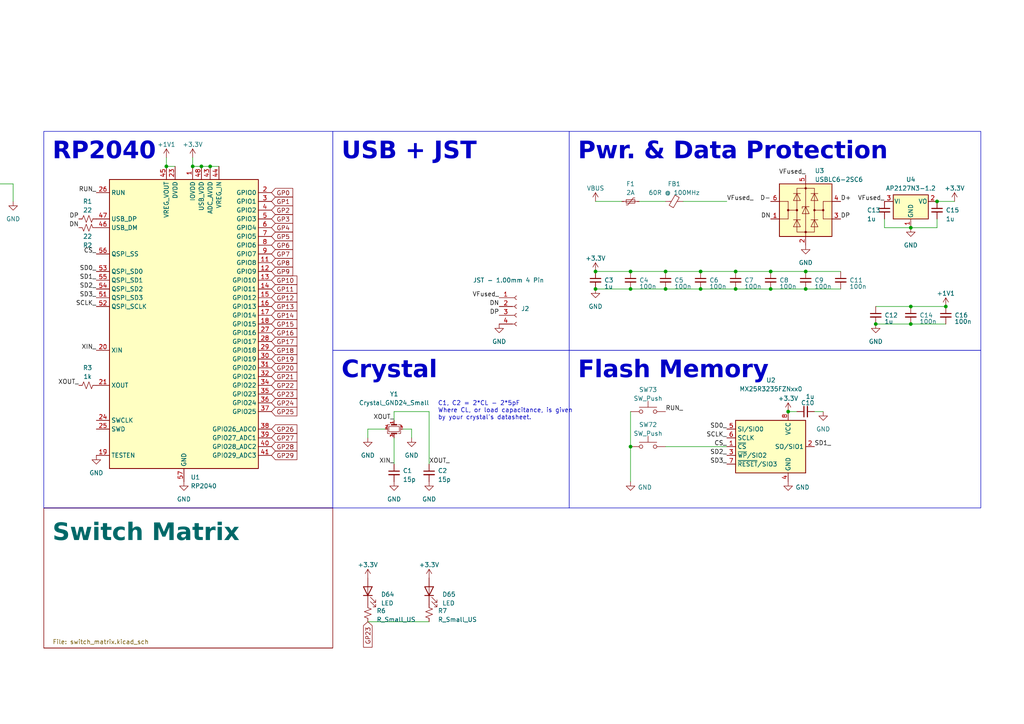
<source format=kicad_sch>
(kicad_sch (version 20230121) (generator eeschema)

  (uuid dea5f69c-d02e-47df-8e1a-a63949fabb21)

  (paper "A4")

  (lib_symbols
    (symbol "Connector:Conn_01x04_Female" (pin_names (offset 1.016) hide) (in_bom yes) (on_board yes)
      (property "Reference" "J" (at 0 5.08 0)
        (effects (font (size 1.27 1.27)))
      )
      (property "Value" "Conn_01x04_Female" (at 0 -7.62 0)
        (effects (font (size 1.27 1.27)))
      )
      (property "Footprint" "" (at 0 0 0)
        (effects (font (size 1.27 1.27)) hide)
      )
      (property "Datasheet" "~" (at 0 0 0)
        (effects (font (size 1.27 1.27)) hide)
      )
      (property "ki_keywords" "connector" (at 0 0 0)
        (effects (font (size 1.27 1.27)) hide)
      )
      (property "ki_description" "Generic connector, single row, 01x04, script generated (kicad-library-utils/schlib/autogen/connector/)" (at 0 0 0)
        (effects (font (size 1.27 1.27)) hide)
      )
      (property "ki_fp_filters" "Connector*:*_1x??_*" (at 0 0 0)
        (effects (font (size 1.27 1.27)) hide)
      )
      (symbol "Conn_01x04_Female_1_1"
        (arc (start 0 -4.572) (mid -0.5058 -5.08) (end 0 -5.588)
          (stroke (width 0.1524) (type default))
          (fill (type none))
        )
        (arc (start 0 -2.032) (mid -0.5058 -2.54) (end 0 -3.048)
          (stroke (width 0.1524) (type default))
          (fill (type none))
        )
        (polyline
          (pts
            (xy -1.27 -5.08)
            (xy -0.508 -5.08)
          )
          (stroke (width 0.1524) (type default))
          (fill (type none))
        )
        (polyline
          (pts
            (xy -1.27 -2.54)
            (xy -0.508 -2.54)
          )
          (stroke (width 0.1524) (type default))
          (fill (type none))
        )
        (polyline
          (pts
            (xy -1.27 0)
            (xy -0.508 0)
          )
          (stroke (width 0.1524) (type default))
          (fill (type none))
        )
        (polyline
          (pts
            (xy -1.27 2.54)
            (xy -0.508 2.54)
          )
          (stroke (width 0.1524) (type default))
          (fill (type none))
        )
        (arc (start 0 0.508) (mid -0.5058 0) (end 0 -0.508)
          (stroke (width 0.1524) (type default))
          (fill (type none))
        )
        (arc (start 0 3.048) (mid -0.5058 2.54) (end 0 2.032)
          (stroke (width 0.1524) (type default))
          (fill (type none))
        )
        (pin passive line (at -5.08 2.54 0) (length 3.81)
          (name "Pin_1" (effects (font (size 1.27 1.27))))
          (number "1" (effects (font (size 1.27 1.27))))
        )
        (pin passive line (at -5.08 0 0) (length 3.81)
          (name "Pin_2" (effects (font (size 1.27 1.27))))
          (number "2" (effects (font (size 1.27 1.27))))
        )
        (pin passive line (at -5.08 -2.54 0) (length 3.81)
          (name "Pin_3" (effects (font (size 1.27 1.27))))
          (number "3" (effects (font (size 1.27 1.27))))
        )
        (pin passive line (at -5.08 -5.08 0) (length 3.81)
          (name "Pin_4" (effects (font (size 1.27 1.27))))
          (number "4" (effects (font (size 1.27 1.27))))
        )
      )
    )
    (symbol "Connector:USB_C_Receptacle" (pin_names (offset 1.016)) (in_bom yes) (on_board yes)
      (property "Reference" "J" (at -10.16 29.21 0)
        (effects (font (size 1.27 1.27)) (justify left))
      )
      (property "Value" "USB_C_Receptacle" (at 10.16 29.21 0)
        (effects (font (size 1.27 1.27)) (justify right))
      )
      (property "Footprint" "" (at 3.81 0 0)
        (effects (font (size 1.27 1.27)) hide)
      )
      (property "Datasheet" "https://www.usb.org/sites/default/files/documents/usb_type-c.zip" (at 3.81 0 0)
        (effects (font (size 1.27 1.27)) hide)
      )
      (property "ki_keywords" "usb universal serial bus type-C full-featured" (at 0 0 0)
        (effects (font (size 1.27 1.27)) hide)
      )
      (property "ki_description" "USB Full-Featured Type-C Receptacle connector" (at 0 0 0)
        (effects (font (size 1.27 1.27)) hide)
      )
      (property "ki_fp_filters" "USB*C*Receptacle*" (at 0 0 0)
        (effects (font (size 1.27 1.27)) hide)
      )
      (symbol "USB_C_Receptacle_0_0"
        (rectangle (start -0.254 -35.56) (end 0.254 -34.544)
          (stroke (width 0) (type default))
          (fill (type none))
        )
        (rectangle (start 10.16 -32.766) (end 9.144 -33.274)
          (stroke (width 0) (type default))
          (fill (type none))
        )
        (rectangle (start 10.16 -30.226) (end 9.144 -30.734)
          (stroke (width 0) (type default))
          (fill (type none))
        )
        (rectangle (start 10.16 -25.146) (end 9.144 -25.654)
          (stroke (width 0) (type default))
          (fill (type none))
        )
        (rectangle (start 10.16 -22.606) (end 9.144 -23.114)
          (stroke (width 0) (type default))
          (fill (type none))
        )
        (rectangle (start 10.16 -17.526) (end 9.144 -18.034)
          (stroke (width 0) (type default))
          (fill (type none))
        )
        (rectangle (start 10.16 -14.986) (end 9.144 -15.494)
          (stroke (width 0) (type default))
          (fill (type none))
        )
        (rectangle (start 10.16 -9.906) (end 9.144 -10.414)
          (stroke (width 0) (type default))
          (fill (type none))
        )
        (rectangle (start 10.16 -7.366) (end 9.144 -7.874)
          (stroke (width 0) (type default))
          (fill (type none))
        )
        (rectangle (start 10.16 -2.286) (end 9.144 -2.794)
          (stroke (width 0) (type default))
          (fill (type none))
        )
        (rectangle (start 10.16 0.254) (end 9.144 -0.254)
          (stroke (width 0) (type default))
          (fill (type none))
        )
        (rectangle (start 10.16 5.334) (end 9.144 4.826)
          (stroke (width 0) (type default))
          (fill (type none))
        )
        (rectangle (start 10.16 7.874) (end 9.144 7.366)
          (stroke (width 0) (type default))
          (fill (type none))
        )
        (rectangle (start 10.16 10.414) (end 9.144 9.906)
          (stroke (width 0) (type default))
          (fill (type none))
        )
        (rectangle (start 10.16 12.954) (end 9.144 12.446)
          (stroke (width 0) (type default))
          (fill (type none))
        )
        (rectangle (start 10.16 18.034) (end 9.144 17.526)
          (stroke (width 0) (type default))
          (fill (type none))
        )
        (rectangle (start 10.16 20.574) (end 9.144 20.066)
          (stroke (width 0) (type default))
          (fill (type none))
        )
        (rectangle (start 10.16 25.654) (end 9.144 25.146)
          (stroke (width 0) (type default))
          (fill (type none))
        )
      )
      (symbol "USB_C_Receptacle_0_1"
        (rectangle (start -10.16 27.94) (end 10.16 -35.56)
          (stroke (width 0.254) (type default))
          (fill (type background))
        )
        (arc (start -8.89 -3.81) (mid -6.985 -5.7067) (end -5.08 -3.81)
          (stroke (width 0.508) (type default))
          (fill (type none))
        )
        (arc (start -7.62 -3.81) (mid -6.985 -4.4423) (end -6.35 -3.81)
          (stroke (width 0.254) (type default))
          (fill (type none))
        )
        (arc (start -7.62 -3.81) (mid -6.985 -4.4423) (end -6.35 -3.81)
          (stroke (width 0.254) (type default))
          (fill (type outline))
        )
        (rectangle (start -7.62 -3.81) (end -6.35 3.81)
          (stroke (width 0.254) (type default))
          (fill (type outline))
        )
        (arc (start -6.35 3.81) (mid -6.985 4.4423) (end -7.62 3.81)
          (stroke (width 0.254) (type default))
          (fill (type none))
        )
        (arc (start -6.35 3.81) (mid -6.985 4.4423) (end -7.62 3.81)
          (stroke (width 0.254) (type default))
          (fill (type outline))
        )
        (arc (start -5.08 3.81) (mid -6.985 5.7067) (end -8.89 3.81)
          (stroke (width 0.508) (type default))
          (fill (type none))
        )
        (polyline
          (pts
            (xy -8.89 -3.81)
            (xy -8.89 3.81)
          )
          (stroke (width 0.508) (type default))
          (fill (type none))
        )
        (polyline
          (pts
            (xy -5.08 3.81)
            (xy -5.08 -3.81)
          )
          (stroke (width 0.508) (type default))
          (fill (type none))
        )
      )
      (symbol "USB_C_Receptacle_1_1"
        (circle (center -2.54 1.143) (radius 0.635)
          (stroke (width 0.254) (type default))
          (fill (type outline))
        )
        (circle (center 0 -5.842) (radius 1.27)
          (stroke (width 0) (type default))
          (fill (type outline))
        )
        (polyline
          (pts
            (xy 0 -5.842)
            (xy 0 4.318)
          )
          (stroke (width 0.508) (type default))
          (fill (type none))
        )
        (polyline
          (pts
            (xy 0 -3.302)
            (xy -2.54 -0.762)
            (xy -2.54 0.508)
          )
          (stroke (width 0.508) (type default))
          (fill (type none))
        )
        (polyline
          (pts
            (xy 0 -2.032)
            (xy 2.54 0.508)
            (xy 2.54 1.778)
          )
          (stroke (width 0.508) (type default))
          (fill (type none))
        )
        (polyline
          (pts
            (xy -1.27 4.318)
            (xy 0 6.858)
            (xy 1.27 4.318)
            (xy -1.27 4.318)
          )
          (stroke (width 0.254) (type default))
          (fill (type outline))
        )
        (rectangle (start 1.905 1.778) (end 3.175 3.048)
          (stroke (width 0.254) (type default))
          (fill (type outline))
        )
        (pin passive line (at 0 -40.64 90) (length 5.08)
          (name "GND" (effects (font (size 1.27 1.27))))
          (number "A1" (effects (font (size 1.27 1.27))))
        )
        (pin bidirectional line (at 15.24 -15.24 180) (length 5.08)
          (name "RX2-" (effects (font (size 1.27 1.27))))
          (number "A10" (effects (font (size 1.27 1.27))))
        )
        (pin bidirectional line (at 15.24 -17.78 180) (length 5.08)
          (name "RX2+" (effects (font (size 1.27 1.27))))
          (number "A11" (effects (font (size 1.27 1.27))))
        )
        (pin passive line (at 0 -40.64 90) (length 5.08) hide
          (name "GND" (effects (font (size 1.27 1.27))))
          (number "A12" (effects (font (size 1.27 1.27))))
        )
        (pin bidirectional line (at 15.24 -10.16 180) (length 5.08)
          (name "TX1+" (effects (font (size 1.27 1.27))))
          (number "A2" (effects (font (size 1.27 1.27))))
        )
        (pin bidirectional line (at 15.24 -7.62 180) (length 5.08)
          (name "TX1-" (effects (font (size 1.27 1.27))))
          (number "A3" (effects (font (size 1.27 1.27))))
        )
        (pin passive line (at 15.24 25.4 180) (length 5.08)
          (name "VBUS" (effects (font (size 1.27 1.27))))
          (number "A4" (effects (font (size 1.27 1.27))))
        )
        (pin bidirectional line (at 15.24 20.32 180) (length 5.08)
          (name "CC1" (effects (font (size 1.27 1.27))))
          (number "A5" (effects (font (size 1.27 1.27))))
        )
        (pin bidirectional line (at 15.24 7.62 180) (length 5.08)
          (name "D+" (effects (font (size 1.27 1.27))))
          (number "A6" (effects (font (size 1.27 1.27))))
        )
        (pin bidirectional line (at 15.24 12.7 180) (length 5.08)
          (name "D-" (effects (font (size 1.27 1.27))))
          (number "A7" (effects (font (size 1.27 1.27))))
        )
        (pin bidirectional line (at 15.24 -30.48 180) (length 5.08)
          (name "SBU1" (effects (font (size 1.27 1.27))))
          (number "A8" (effects (font (size 1.27 1.27))))
        )
        (pin passive line (at 15.24 25.4 180) (length 5.08) hide
          (name "VBUS" (effects (font (size 1.27 1.27))))
          (number "A9" (effects (font (size 1.27 1.27))))
        )
        (pin passive line (at 0 -40.64 90) (length 5.08) hide
          (name "GND" (effects (font (size 1.27 1.27))))
          (number "B1" (effects (font (size 1.27 1.27))))
        )
        (pin bidirectional line (at 15.24 0 180) (length 5.08)
          (name "RX1-" (effects (font (size 1.27 1.27))))
          (number "B10" (effects (font (size 1.27 1.27))))
        )
        (pin bidirectional line (at 15.24 -2.54 180) (length 5.08)
          (name "RX1+" (effects (font (size 1.27 1.27))))
          (number "B11" (effects (font (size 1.27 1.27))))
        )
        (pin passive line (at 0 -40.64 90) (length 5.08) hide
          (name "GND" (effects (font (size 1.27 1.27))))
          (number "B12" (effects (font (size 1.27 1.27))))
        )
        (pin bidirectional line (at 15.24 -25.4 180) (length 5.08)
          (name "TX2+" (effects (font (size 1.27 1.27))))
          (number "B2" (effects (font (size 1.27 1.27))))
        )
        (pin bidirectional line (at 15.24 -22.86 180) (length 5.08)
          (name "TX2-" (effects (font (size 1.27 1.27))))
          (number "B3" (effects (font (size 1.27 1.27))))
        )
        (pin passive line (at 15.24 25.4 180) (length 5.08) hide
          (name "VBUS" (effects (font (size 1.27 1.27))))
          (number "B4" (effects (font (size 1.27 1.27))))
        )
        (pin bidirectional line (at 15.24 17.78 180) (length 5.08)
          (name "CC2" (effects (font (size 1.27 1.27))))
          (number "B5" (effects (font (size 1.27 1.27))))
        )
        (pin bidirectional line (at 15.24 5.08 180) (length 5.08)
          (name "D+" (effects (font (size 1.27 1.27))))
          (number "B6" (effects (font (size 1.27 1.27))))
        )
        (pin bidirectional line (at 15.24 10.16 180) (length 5.08)
          (name "D-" (effects (font (size 1.27 1.27))))
          (number "B7" (effects (font (size 1.27 1.27))))
        )
        (pin bidirectional line (at 15.24 -33.02 180) (length 5.08)
          (name "SBU2" (effects (font (size 1.27 1.27))))
          (number "B8" (effects (font (size 1.27 1.27))))
        )
        (pin passive line (at 15.24 25.4 180) (length 5.08) hide
          (name "VBUS" (effects (font (size 1.27 1.27))))
          (number "B9" (effects (font (size 1.27 1.27))))
        )
        (pin passive line (at -7.62 -40.64 90) (length 5.08)
          (name "SHIELD" (effects (font (size 1.27 1.27))))
          (number "S1" (effects (font (size 1.27 1.27))))
        )
      )
    )
    (symbol "Device:C_Small" (pin_numbers hide) (pin_names (offset 0.254) hide) (in_bom yes) (on_board yes)
      (property "Reference" "C" (at 0.254 1.778 0)
        (effects (font (size 1.27 1.27)) (justify left))
      )
      (property "Value" "C_Small" (at 0.254 -2.032 0)
        (effects (font (size 1.27 1.27)) (justify left))
      )
      (property "Footprint" "" (at 0 0 0)
        (effects (font (size 1.27 1.27)) hide)
      )
      (property "Datasheet" "~" (at 0 0 0)
        (effects (font (size 1.27 1.27)) hide)
      )
      (property "ki_keywords" "capacitor cap" (at 0 0 0)
        (effects (font (size 1.27 1.27)) hide)
      )
      (property "ki_description" "Unpolarized capacitor, small symbol" (at 0 0 0)
        (effects (font (size 1.27 1.27)) hide)
      )
      (property "ki_fp_filters" "C_*" (at 0 0 0)
        (effects (font (size 1.27 1.27)) hide)
      )
      (symbol "C_Small_0_1"
        (polyline
          (pts
            (xy -1.524 -0.508)
            (xy 1.524 -0.508)
          )
          (stroke (width 0.3302) (type default))
          (fill (type none))
        )
        (polyline
          (pts
            (xy -1.524 0.508)
            (xy 1.524 0.508)
          )
          (stroke (width 0.3048) (type default))
          (fill (type none))
        )
      )
      (symbol "C_Small_1_1"
        (pin passive line (at 0 2.54 270) (length 2.032)
          (name "~" (effects (font (size 1.27 1.27))))
          (number "1" (effects (font (size 1.27 1.27))))
        )
        (pin passive line (at 0 -2.54 90) (length 2.032)
          (name "~" (effects (font (size 1.27 1.27))))
          (number "2" (effects (font (size 1.27 1.27))))
        )
      )
    )
    (symbol "Device:Crystal_GND24_Small" (pin_names (offset 1.016) hide) (in_bom yes) (on_board yes)
      (property "Reference" "Y" (at 1.27 4.445 0)
        (effects (font (size 1.27 1.27)) (justify left))
      )
      (property "Value" "Crystal_GND24_Small" (at 1.27 2.54 0)
        (effects (font (size 1.27 1.27)) (justify left))
      )
      (property "Footprint" "" (at 0 0 0)
        (effects (font (size 1.27 1.27)) hide)
      )
      (property "Datasheet" "~" (at 0 0 0)
        (effects (font (size 1.27 1.27)) hide)
      )
      (property "ki_keywords" "quartz ceramic resonator oscillator" (at 0 0 0)
        (effects (font (size 1.27 1.27)) hide)
      )
      (property "ki_description" "Four pin crystal, GND on pins 2 and 4, small symbol" (at 0 0 0)
        (effects (font (size 1.27 1.27)) hide)
      )
      (property "ki_fp_filters" "Crystal*" (at 0 0 0)
        (effects (font (size 1.27 1.27)) hide)
      )
      (symbol "Crystal_GND24_Small_0_1"
        (rectangle (start -0.762 -1.524) (end 0.762 1.524)
          (stroke (width 0) (type default))
          (fill (type none))
        )
        (polyline
          (pts
            (xy -1.27 -0.762)
            (xy -1.27 0.762)
          )
          (stroke (width 0.381) (type default))
          (fill (type none))
        )
        (polyline
          (pts
            (xy 1.27 -0.762)
            (xy 1.27 0.762)
          )
          (stroke (width 0.381) (type default))
          (fill (type none))
        )
        (polyline
          (pts
            (xy -1.27 -1.27)
            (xy -1.27 -1.905)
            (xy 1.27 -1.905)
            (xy 1.27 -1.27)
          )
          (stroke (width 0) (type default))
          (fill (type none))
        )
        (polyline
          (pts
            (xy -1.27 1.27)
            (xy -1.27 1.905)
            (xy 1.27 1.905)
            (xy 1.27 1.27)
          )
          (stroke (width 0) (type default))
          (fill (type none))
        )
      )
      (symbol "Crystal_GND24_Small_1_1"
        (pin passive line (at -2.54 0 0) (length 1.27)
          (name "1" (effects (font (size 1.27 1.27))))
          (number "1" (effects (font (size 0.762 0.762))))
        )
        (pin passive line (at 0 -2.54 90) (length 0.635)
          (name "2" (effects (font (size 1.27 1.27))))
          (number "2" (effects (font (size 0.762 0.762))))
        )
        (pin passive line (at 2.54 0 180) (length 1.27)
          (name "3" (effects (font (size 1.27 1.27))))
          (number "3" (effects (font (size 0.762 0.762))))
        )
        (pin passive line (at 0 2.54 270) (length 0.635)
          (name "4" (effects (font (size 1.27 1.27))))
          (number "4" (effects (font (size 0.762 0.762))))
        )
      )
    )
    (symbol "Device:FerriteBead_Small" (pin_numbers hide) (pin_names (offset 0)) (in_bom yes) (on_board yes)
      (property "Reference" "FB" (at 1.905 1.27 0)
        (effects (font (size 1.27 1.27)) (justify left))
      )
      (property "Value" "FerriteBead_Small" (at 1.905 -1.27 0)
        (effects (font (size 1.27 1.27)) (justify left))
      )
      (property "Footprint" "" (at -1.778 0 90)
        (effects (font (size 1.27 1.27)) hide)
      )
      (property "Datasheet" "~" (at 0 0 0)
        (effects (font (size 1.27 1.27)) hide)
      )
      (property "ki_keywords" "L ferrite bead inductor filter" (at 0 0 0)
        (effects (font (size 1.27 1.27)) hide)
      )
      (property "ki_description" "Ferrite bead, small symbol" (at 0 0 0)
        (effects (font (size 1.27 1.27)) hide)
      )
      (property "ki_fp_filters" "Inductor_* L_* *Ferrite*" (at 0 0 0)
        (effects (font (size 1.27 1.27)) hide)
      )
      (symbol "FerriteBead_Small_0_1"
        (polyline
          (pts
            (xy 0 -1.27)
            (xy 0 -0.7874)
          )
          (stroke (width 0) (type default))
          (fill (type none))
        )
        (polyline
          (pts
            (xy 0 0.889)
            (xy 0 1.2954)
          )
          (stroke (width 0) (type default))
          (fill (type none))
        )
        (polyline
          (pts
            (xy -1.8288 0.2794)
            (xy -1.1176 1.4986)
            (xy 1.8288 -0.2032)
            (xy 1.1176 -1.4224)
            (xy -1.8288 0.2794)
          )
          (stroke (width 0) (type default))
          (fill (type none))
        )
      )
      (symbol "FerriteBead_Small_1_1"
        (pin passive line (at 0 2.54 270) (length 1.27)
          (name "~" (effects (font (size 1.27 1.27))))
          (number "1" (effects (font (size 1.27 1.27))))
        )
        (pin passive line (at 0 -2.54 90) (length 1.27)
          (name "~" (effects (font (size 1.27 1.27))))
          (number "2" (effects (font (size 1.27 1.27))))
        )
      )
    )
    (symbol "Device:LED" (pin_numbers hide) (pin_names (offset 1.016) hide) (in_bom yes) (on_board yes)
      (property "Reference" "D" (at 0 2.54 0)
        (effects (font (size 1.27 1.27)))
      )
      (property "Value" "LED" (at 0 -2.54 0)
        (effects (font (size 1.27 1.27)))
      )
      (property "Footprint" "" (at 0 0 0)
        (effects (font (size 1.27 1.27)) hide)
      )
      (property "Datasheet" "~" (at 0 0 0)
        (effects (font (size 1.27 1.27)) hide)
      )
      (property "ki_keywords" "LED diode" (at 0 0 0)
        (effects (font (size 1.27 1.27)) hide)
      )
      (property "ki_description" "Light emitting diode" (at 0 0 0)
        (effects (font (size 1.27 1.27)) hide)
      )
      (property "ki_fp_filters" "LED* LED_SMD:* LED_THT:*" (at 0 0 0)
        (effects (font (size 1.27 1.27)) hide)
      )
      (symbol "LED_0_1"
        (polyline
          (pts
            (xy -1.27 -1.27)
            (xy -1.27 1.27)
          )
          (stroke (width 0.254) (type default))
          (fill (type none))
        )
        (polyline
          (pts
            (xy -1.27 0)
            (xy 1.27 0)
          )
          (stroke (width 0) (type default))
          (fill (type none))
        )
        (polyline
          (pts
            (xy 1.27 -1.27)
            (xy 1.27 1.27)
            (xy -1.27 0)
            (xy 1.27 -1.27)
          )
          (stroke (width 0.254) (type default))
          (fill (type none))
        )
        (polyline
          (pts
            (xy -3.048 -0.762)
            (xy -4.572 -2.286)
            (xy -3.81 -2.286)
            (xy -4.572 -2.286)
            (xy -4.572 -1.524)
          )
          (stroke (width 0) (type default))
          (fill (type none))
        )
        (polyline
          (pts
            (xy -1.778 -0.762)
            (xy -3.302 -2.286)
            (xy -2.54 -2.286)
            (xy -3.302 -2.286)
            (xy -3.302 -1.524)
          )
          (stroke (width 0) (type default))
          (fill (type none))
        )
      )
      (symbol "LED_1_1"
        (pin passive line (at -3.81 0 0) (length 2.54)
          (name "K" (effects (font (size 1.27 1.27))))
          (number "1" (effects (font (size 1.27 1.27))))
        )
        (pin passive line (at 3.81 0 180) (length 2.54)
          (name "A" (effects (font (size 1.27 1.27))))
          (number "2" (effects (font (size 1.27 1.27))))
        )
      )
    )
    (symbol "Device:Polyfuse_Small" (pin_numbers hide) (pin_names (offset 0)) (in_bom yes) (on_board yes)
      (property "Reference" "F" (at -1.905 0 90)
        (effects (font (size 1.27 1.27)))
      )
      (property "Value" "Polyfuse_Small" (at 1.905 0 90)
        (effects (font (size 1.27 1.27)))
      )
      (property "Footprint" "" (at 1.27 -5.08 0)
        (effects (font (size 1.27 1.27)) (justify left) hide)
      )
      (property "Datasheet" "~" (at 0 0 0)
        (effects (font (size 1.27 1.27)) hide)
      )
      (property "ki_keywords" "resettable fuse PTC PPTC polyfuse polyswitch" (at 0 0 0)
        (effects (font (size 1.27 1.27)) hide)
      )
      (property "ki_description" "Resettable fuse, polymeric positive temperature coefficient, small symbol" (at 0 0 0)
        (effects (font (size 1.27 1.27)) hide)
      )
      (property "ki_fp_filters" "*polyfuse* *PTC*" (at 0 0 0)
        (effects (font (size 1.27 1.27)) hide)
      )
      (symbol "Polyfuse_Small_0_1"
        (rectangle (start -0.508 1.27) (end 0.508 -1.27)
          (stroke (width 0) (type default))
          (fill (type none))
        )
        (polyline
          (pts
            (xy 0 2.54)
            (xy 0 -2.54)
          )
          (stroke (width 0) (type default))
          (fill (type none))
        )
        (polyline
          (pts
            (xy -1.016 1.27)
            (xy -1.016 0.762)
            (xy 1.016 -0.762)
            (xy 1.016 -1.27)
          )
          (stroke (width 0) (type default))
          (fill (type none))
        )
      )
      (symbol "Polyfuse_Small_1_1"
        (pin passive line (at 0 2.54 270) (length 0.635)
          (name "~" (effects (font (size 1.27 1.27))))
          (number "1" (effects (font (size 1.27 1.27))))
        )
        (pin passive line (at 0 -2.54 90) (length 0.635)
          (name "~" (effects (font (size 1.27 1.27))))
          (number "2" (effects (font (size 1.27 1.27))))
        )
      )
    )
    (symbol "Device:R_Small_US" (pin_numbers hide) (pin_names (offset 0.254) hide) (in_bom yes) (on_board yes)
      (property "Reference" "R" (at 0.762 0.508 0)
        (effects (font (size 1.27 1.27)) (justify left))
      )
      (property "Value" "R_Small_US" (at 0.762 -1.016 0)
        (effects (font (size 1.27 1.27)) (justify left))
      )
      (property "Footprint" "" (at 0 0 0)
        (effects (font (size 1.27 1.27)) hide)
      )
      (property "Datasheet" "~" (at 0 0 0)
        (effects (font (size 1.27 1.27)) hide)
      )
      (property "ki_keywords" "r resistor" (at 0 0 0)
        (effects (font (size 1.27 1.27)) hide)
      )
      (property "ki_description" "Resistor, small US symbol" (at 0 0 0)
        (effects (font (size 1.27 1.27)) hide)
      )
      (property "ki_fp_filters" "R_*" (at 0 0 0)
        (effects (font (size 1.27 1.27)) hide)
      )
      (symbol "R_Small_US_1_1"
        (polyline
          (pts
            (xy 0 0)
            (xy 1.016 -0.381)
            (xy 0 -0.762)
            (xy -1.016 -1.143)
            (xy 0 -1.524)
          )
          (stroke (width 0) (type default))
          (fill (type none))
        )
        (polyline
          (pts
            (xy 0 1.524)
            (xy 1.016 1.143)
            (xy 0 0.762)
            (xy -1.016 0.381)
            (xy 0 0)
          )
          (stroke (width 0) (type default))
          (fill (type none))
        )
        (pin passive line (at 0 2.54 270) (length 1.016)
          (name "~" (effects (font (size 1.27 1.27))))
          (number "1" (effects (font (size 1.27 1.27))))
        )
        (pin passive line (at 0 -2.54 90) (length 1.016)
          (name "~" (effects (font (size 1.27 1.27))))
          (number "2" (effects (font (size 1.27 1.27))))
        )
      )
    )
    (symbol "MCU_RaspberryPi:RP2040" (in_bom yes) (on_board yes)
      (property "Reference" "U" (at 17.78 45.72 0)
        (effects (font (size 1.27 1.27)))
      )
      (property "Value" "RP2040" (at 17.78 43.18 0)
        (effects (font (size 1.27 1.27)))
      )
      (property "Footprint" "Package_DFN_QFN:QFN-56-1EP_7x7mm_P0.4mm_EP3.2x3.2mm" (at 0 0 0)
        (effects (font (size 1.27 1.27)) hide)
      )
      (property "Datasheet" "https://datasheets.raspberrypi.com/rp2040/rp2040-datasheet.pdf" (at 0 0 0)
        (effects (font (size 1.27 1.27)) hide)
      )
      (property "ki_keywords" "RP2040 ARM Cortex-M0+ USB" (at 0 0 0)
        (effects (font (size 1.27 1.27)) hide)
      )
      (property "ki_description" "A microcontroller by Raspberry Pi" (at 0 0 0)
        (effects (font (size 1.27 1.27)) hide)
      )
      (property "ki_fp_filters" "QFN*7x7mm?P0.4mm?EP3.2x3.2mm*" (at 0 0 0)
        (effects (font (size 1.27 1.27)) hide)
      )
      (symbol "RP2040_0_1"
        (rectangle (start -21.59 41.91) (end 21.59 -41.91)
          (stroke (width 0.254) (type default))
          (fill (type background))
        )
      )
      (symbol "RP2040_1_1"
        (pin power_in line (at 2.54 45.72 270) (length 3.81)
          (name "IOVDD" (effects (font (size 1.27 1.27))))
          (number "1" (effects (font (size 1.27 1.27))))
        )
        (pin passive line (at 2.54 45.72 270) (length 3.81) hide
          (name "IOVDD" (effects (font (size 1.27 1.27))))
          (number "10" (effects (font (size 1.27 1.27))))
        )
        (pin bidirectional line (at 25.4 17.78 180) (length 3.81)
          (name "GPIO8" (effects (font (size 1.27 1.27))))
          (number "11" (effects (font (size 1.27 1.27))))
        )
        (pin bidirectional line (at 25.4 15.24 180) (length 3.81)
          (name "GPIO9" (effects (font (size 1.27 1.27))))
          (number "12" (effects (font (size 1.27 1.27))))
        )
        (pin bidirectional line (at 25.4 12.7 180) (length 3.81)
          (name "GPIO10" (effects (font (size 1.27 1.27))))
          (number "13" (effects (font (size 1.27 1.27))))
        )
        (pin bidirectional line (at 25.4 10.16 180) (length 3.81)
          (name "GPIO11" (effects (font (size 1.27 1.27))))
          (number "14" (effects (font (size 1.27 1.27))))
        )
        (pin bidirectional line (at 25.4 7.62 180) (length 3.81)
          (name "GPIO12" (effects (font (size 1.27 1.27))))
          (number "15" (effects (font (size 1.27 1.27))))
        )
        (pin bidirectional line (at 25.4 5.08 180) (length 3.81)
          (name "GPIO13" (effects (font (size 1.27 1.27))))
          (number "16" (effects (font (size 1.27 1.27))))
        )
        (pin bidirectional line (at 25.4 2.54 180) (length 3.81)
          (name "GPIO14" (effects (font (size 1.27 1.27))))
          (number "17" (effects (font (size 1.27 1.27))))
        )
        (pin bidirectional line (at 25.4 0 180) (length 3.81)
          (name "GPIO15" (effects (font (size 1.27 1.27))))
          (number "18" (effects (font (size 1.27 1.27))))
        )
        (pin input line (at -25.4 -38.1 0) (length 3.81)
          (name "TESTEN" (effects (font (size 1.27 1.27))))
          (number "19" (effects (font (size 1.27 1.27))))
        )
        (pin bidirectional line (at 25.4 38.1 180) (length 3.81)
          (name "GPIO0" (effects (font (size 1.27 1.27))))
          (number "2" (effects (font (size 1.27 1.27))))
        )
        (pin input line (at -25.4 -7.62 0) (length 3.81)
          (name "XIN" (effects (font (size 1.27 1.27))))
          (number "20" (effects (font (size 1.27 1.27))))
        )
        (pin passive line (at -25.4 -17.78 0) (length 3.81)
          (name "XOUT" (effects (font (size 1.27 1.27))))
          (number "21" (effects (font (size 1.27 1.27))))
        )
        (pin passive line (at 2.54 45.72 270) (length 3.81) hide
          (name "IOVDD" (effects (font (size 1.27 1.27))))
          (number "22" (effects (font (size 1.27 1.27))))
        )
        (pin power_in line (at -2.54 45.72 270) (length 3.81)
          (name "DVDD" (effects (font (size 1.27 1.27))))
          (number "23" (effects (font (size 1.27 1.27))))
        )
        (pin output line (at -25.4 -27.94 0) (length 3.81)
          (name "SWCLK" (effects (font (size 1.27 1.27))))
          (number "24" (effects (font (size 1.27 1.27))))
        )
        (pin bidirectional line (at -25.4 -30.48 0) (length 3.81)
          (name "SWD" (effects (font (size 1.27 1.27))))
          (number "25" (effects (font (size 1.27 1.27))))
        )
        (pin input line (at -25.4 38.1 0) (length 3.81)
          (name "RUN" (effects (font (size 1.27 1.27))))
          (number "26" (effects (font (size 1.27 1.27))))
        )
        (pin bidirectional line (at 25.4 -2.54 180) (length 3.81)
          (name "GPIO16" (effects (font (size 1.27 1.27))))
          (number "27" (effects (font (size 1.27 1.27))))
        )
        (pin bidirectional line (at 25.4 -5.08 180) (length 3.81)
          (name "GPIO17" (effects (font (size 1.27 1.27))))
          (number "28" (effects (font (size 1.27 1.27))))
        )
        (pin bidirectional line (at 25.4 -7.62 180) (length 3.81)
          (name "GPIO18" (effects (font (size 1.27 1.27))))
          (number "29" (effects (font (size 1.27 1.27))))
        )
        (pin bidirectional line (at 25.4 35.56 180) (length 3.81)
          (name "GPIO1" (effects (font (size 1.27 1.27))))
          (number "3" (effects (font (size 1.27 1.27))))
        )
        (pin bidirectional line (at 25.4 -10.16 180) (length 3.81)
          (name "GPIO19" (effects (font (size 1.27 1.27))))
          (number "30" (effects (font (size 1.27 1.27))))
        )
        (pin bidirectional line (at 25.4 -12.7 180) (length 3.81)
          (name "GPIO20" (effects (font (size 1.27 1.27))))
          (number "31" (effects (font (size 1.27 1.27))))
        )
        (pin bidirectional line (at 25.4 -15.24 180) (length 3.81)
          (name "GPIO21" (effects (font (size 1.27 1.27))))
          (number "32" (effects (font (size 1.27 1.27))))
        )
        (pin passive line (at 2.54 45.72 270) (length 3.81) hide
          (name "IOVDD" (effects (font (size 1.27 1.27))))
          (number "33" (effects (font (size 1.27 1.27))))
        )
        (pin bidirectional line (at 25.4 -17.78 180) (length 3.81)
          (name "GPIO22" (effects (font (size 1.27 1.27))))
          (number "34" (effects (font (size 1.27 1.27))))
        )
        (pin bidirectional line (at 25.4 -20.32 180) (length 3.81)
          (name "GPIO23" (effects (font (size 1.27 1.27))))
          (number "35" (effects (font (size 1.27 1.27))))
        )
        (pin bidirectional line (at 25.4 -22.86 180) (length 3.81)
          (name "GPIO24" (effects (font (size 1.27 1.27))))
          (number "36" (effects (font (size 1.27 1.27))))
        )
        (pin bidirectional line (at 25.4 -25.4 180) (length 3.81)
          (name "GPIO25" (effects (font (size 1.27 1.27))))
          (number "37" (effects (font (size 1.27 1.27))))
        )
        (pin bidirectional line (at 25.4 -30.48 180) (length 3.81)
          (name "GPIO26_ADC0" (effects (font (size 1.27 1.27))))
          (number "38" (effects (font (size 1.27 1.27))))
        )
        (pin bidirectional line (at 25.4 -33.02 180) (length 3.81)
          (name "GPIO27_ADC1" (effects (font (size 1.27 1.27))))
          (number "39" (effects (font (size 1.27 1.27))))
        )
        (pin bidirectional line (at 25.4 33.02 180) (length 3.81)
          (name "GPIO2" (effects (font (size 1.27 1.27))))
          (number "4" (effects (font (size 1.27 1.27))))
        )
        (pin bidirectional line (at 25.4 -35.56 180) (length 3.81)
          (name "GPIO28_ADC2" (effects (font (size 1.27 1.27))))
          (number "40" (effects (font (size 1.27 1.27))))
        )
        (pin bidirectional line (at 25.4 -38.1 180) (length 3.81)
          (name "GPIO29_ADC3" (effects (font (size 1.27 1.27))))
          (number "41" (effects (font (size 1.27 1.27))))
        )
        (pin passive line (at 2.54 45.72 270) (length 3.81) hide
          (name "IOVDD" (effects (font (size 1.27 1.27))))
          (number "42" (effects (font (size 1.27 1.27))))
        )
        (pin power_in line (at 7.62 45.72 270) (length 3.81)
          (name "ADC_AVDD" (effects (font (size 1.27 1.27))))
          (number "43" (effects (font (size 1.27 1.27))))
        )
        (pin power_in line (at 10.16 45.72 270) (length 3.81)
          (name "VREG_IN" (effects (font (size 1.27 1.27))))
          (number "44" (effects (font (size 1.27 1.27))))
        )
        (pin power_out line (at -5.08 45.72 270) (length 3.81)
          (name "VREG_VOUT" (effects (font (size 1.27 1.27))))
          (number "45" (effects (font (size 1.27 1.27))))
        )
        (pin bidirectional line (at -25.4 27.94 0) (length 3.81)
          (name "USB_DM" (effects (font (size 1.27 1.27))))
          (number "46" (effects (font (size 1.27 1.27))))
        )
        (pin bidirectional line (at -25.4 30.48 0) (length 3.81)
          (name "USB_DP" (effects (font (size 1.27 1.27))))
          (number "47" (effects (font (size 1.27 1.27))))
        )
        (pin power_in line (at 5.08 45.72 270) (length 3.81)
          (name "USB_VDD" (effects (font (size 1.27 1.27))))
          (number "48" (effects (font (size 1.27 1.27))))
        )
        (pin passive line (at 2.54 45.72 270) (length 3.81) hide
          (name "IOVDD" (effects (font (size 1.27 1.27))))
          (number "49" (effects (font (size 1.27 1.27))))
        )
        (pin bidirectional line (at 25.4 30.48 180) (length 3.81)
          (name "GPIO3" (effects (font (size 1.27 1.27))))
          (number "5" (effects (font (size 1.27 1.27))))
        )
        (pin passive line (at -2.54 45.72 270) (length 3.81) hide
          (name "DVDD" (effects (font (size 1.27 1.27))))
          (number "50" (effects (font (size 1.27 1.27))))
        )
        (pin bidirectional line (at -25.4 7.62 0) (length 3.81)
          (name "QSPI_SD3" (effects (font (size 1.27 1.27))))
          (number "51" (effects (font (size 1.27 1.27))))
        )
        (pin output line (at -25.4 5.08 0) (length 3.81)
          (name "QSPI_SCLK" (effects (font (size 1.27 1.27))))
          (number "52" (effects (font (size 1.27 1.27))))
        )
        (pin bidirectional line (at -25.4 15.24 0) (length 3.81)
          (name "QSPI_SD0" (effects (font (size 1.27 1.27))))
          (number "53" (effects (font (size 1.27 1.27))))
        )
        (pin bidirectional line (at -25.4 10.16 0) (length 3.81)
          (name "QSPI_SD2" (effects (font (size 1.27 1.27))))
          (number "54" (effects (font (size 1.27 1.27))))
        )
        (pin bidirectional line (at -25.4 12.7 0) (length 3.81)
          (name "QSPI_SD1" (effects (font (size 1.27 1.27))))
          (number "55" (effects (font (size 1.27 1.27))))
        )
        (pin bidirectional line (at -25.4 20.32 0) (length 3.81)
          (name "QSPI_SS" (effects (font (size 1.27 1.27))))
          (number "56" (effects (font (size 1.27 1.27))))
        )
        (pin power_in line (at 0 -45.72 90) (length 3.81)
          (name "GND" (effects (font (size 1.27 1.27))))
          (number "57" (effects (font (size 1.27 1.27))))
        )
        (pin bidirectional line (at 25.4 27.94 180) (length 3.81)
          (name "GPIO4" (effects (font (size 1.27 1.27))))
          (number "6" (effects (font (size 1.27 1.27))))
        )
        (pin bidirectional line (at 25.4 25.4 180) (length 3.81)
          (name "GPIO5" (effects (font (size 1.27 1.27))))
          (number "7" (effects (font (size 1.27 1.27))))
        )
        (pin bidirectional line (at 25.4 22.86 180) (length 3.81)
          (name "GPIO6" (effects (font (size 1.27 1.27))))
          (number "8" (effects (font (size 1.27 1.27))))
        )
        (pin bidirectional line (at 25.4 20.32 180) (length 3.81)
          (name "GPIO7" (effects (font (size 1.27 1.27))))
          (number "9" (effects (font (size 1.27 1.27))))
        )
      )
    )
    (symbol "Memory_Flash:MX25R3235FZNxx0" (in_bom yes) (on_board yes)
      (property "Reference" "U" (at -8.89 8.89 0)
        (effects (font (size 1.27 1.27)))
      )
      (property "Value" "MX25R3235FZNxx0" (at 15.24 8.89 0)
        (effects (font (size 1.27 1.27)))
      )
      (property "Footprint" "Package_SON:WSON-8-1EP_6x5mm_P1.27mm_EP3.4x4mm" (at 0 -15.24 0)
        (effects (font (size 1.27 1.27)) hide)
      )
      (property "Datasheet" "http://www.macronix.com/Lists/Datasheet/Attachments/7534/MX25R3235F,%20Wide%20Range,%2032Mb,%20v1.6.pdf" (at 0 0 0)
        (effects (font (size 1.27 1.27)) hide)
      )
      (property "ki_keywords" "SPI 32Mbit 1.65V-3.6V" (at 0 0 0)
        (effects (font (size 1.27 1.27)) hide)
      )
      (property "ki_description" "32-Mbit, Wide Range Voltage SPI Serial Flash Memory, WSON-8" (at 0 0 0)
        (effects (font (size 1.27 1.27)) hide)
      )
      (property "ki_fp_filters" "WSON*1EP*6x5mm*P1.27mm*" (at 0 0 0)
        (effects (font (size 1.27 1.27)) hide)
      )
      (symbol "MX25R3235FZNxx0_1_1"
        (rectangle (start -10.16 7.62) (end 10.16 -7.62)
          (stroke (width 0.254) (type default))
          (fill (type background))
        )
        (pin input line (at -12.7 0 0) (length 2.54)
          (name "~{CS}" (effects (font (size 1.27 1.27))))
          (number "1" (effects (font (size 1.27 1.27))))
        )
        (pin bidirectional line (at 12.7 0 180) (length 2.54)
          (name "SO/SIO1" (effects (font (size 1.27 1.27))))
          (number "2" (effects (font (size 1.27 1.27))))
        )
        (pin bidirectional line (at -12.7 -2.54 0) (length 2.54)
          (name "~{WP}/SIO2" (effects (font (size 1.27 1.27))))
          (number "3" (effects (font (size 1.27 1.27))))
        )
        (pin power_in line (at 5.08 -10.16 90) (length 2.54)
          (name "GND" (effects (font (size 1.27 1.27))))
          (number "4" (effects (font (size 1.27 1.27))))
        )
        (pin bidirectional line (at -12.7 5.08 0) (length 2.54)
          (name "SI/SIO0" (effects (font (size 1.27 1.27))))
          (number "5" (effects (font (size 1.27 1.27))))
        )
        (pin input line (at -12.7 2.54 0) (length 2.54)
          (name "SCLK" (effects (font (size 1.27 1.27))))
          (number "6" (effects (font (size 1.27 1.27))))
        )
        (pin bidirectional line (at -12.7 -5.08 0) (length 2.54)
          (name "~{RESET}/SIO3" (effects (font (size 1.27 1.27))))
          (number "7" (effects (font (size 1.27 1.27))))
        )
        (pin power_in line (at 5.08 10.16 270) (length 2.54)
          (name "VCC" (effects (font (size 1.27 1.27))))
          (number "8" (effects (font (size 1.27 1.27))))
        )
        (pin passive line (at 5.08 -10.16 90) (length 2.54) hide
          (name "GND" (effects (font (size 1.27 1.27))))
          (number "9" (effects (font (size 1.27 1.27))))
        )
      )
    )
    (symbol "Power_Protection:USBLC6-2SC6" (pin_names hide) (in_bom yes) (on_board yes)
      (property "Reference" "U" (at 2.54 8.89 0)
        (effects (font (size 1.27 1.27)) (justify left))
      )
      (property "Value" "USBLC6-2SC6" (at 2.54 -8.89 0)
        (effects (font (size 1.27 1.27)) (justify left))
      )
      (property "Footprint" "Package_TO_SOT_SMD:SOT-23-6" (at 0 -12.7 0)
        (effects (font (size 1.27 1.27)) hide)
      )
      (property "Datasheet" "https://www.st.com/resource/en/datasheet/usblc6-2.pdf" (at 5.08 8.89 0)
        (effects (font (size 1.27 1.27)) hide)
      )
      (property "ki_keywords" "usb ethernet video" (at 0 0 0)
        (effects (font (size 1.27 1.27)) hide)
      )
      (property "ki_description" "Very low capacitance ESD protection diode, 2 data-line, SOT-23-6" (at 0 0 0)
        (effects (font (size 1.27 1.27)) hide)
      )
      (property "ki_fp_filters" "SOT?23*" (at 0 0 0)
        (effects (font (size 1.27 1.27)) hide)
      )
      (symbol "USBLC6-2SC6_0_1"
        (rectangle (start -7.62 -7.62) (end 7.62 7.62)
          (stroke (width 0.254) (type default))
          (fill (type background))
        )
        (circle (center -5.08 0) (radius 0.254)
          (stroke (width 0) (type default))
          (fill (type outline))
        )
        (circle (center -2.54 0) (radius 0.254)
          (stroke (width 0) (type default))
          (fill (type outline))
        )
        (rectangle (start -2.54 6.35) (end 2.54 -6.35)
          (stroke (width 0) (type default))
          (fill (type none))
        )
        (circle (center 0 -6.35) (radius 0.254)
          (stroke (width 0) (type default))
          (fill (type outline))
        )
        (polyline
          (pts
            (xy -5.08 -2.54)
            (xy -7.62 -2.54)
          )
          (stroke (width 0) (type default))
          (fill (type none))
        )
        (polyline
          (pts
            (xy -5.08 0)
            (xy -5.08 -2.54)
          )
          (stroke (width 0) (type default))
          (fill (type none))
        )
        (polyline
          (pts
            (xy -5.08 2.54)
            (xy -7.62 2.54)
          )
          (stroke (width 0) (type default))
          (fill (type none))
        )
        (polyline
          (pts
            (xy -1.524 -2.794)
            (xy -3.556 -2.794)
          )
          (stroke (width 0) (type default))
          (fill (type none))
        )
        (polyline
          (pts
            (xy -1.524 4.826)
            (xy -3.556 4.826)
          )
          (stroke (width 0) (type default))
          (fill (type none))
        )
        (polyline
          (pts
            (xy 0 -7.62)
            (xy 0 -6.35)
          )
          (stroke (width 0) (type default))
          (fill (type none))
        )
        (polyline
          (pts
            (xy 0 -6.35)
            (xy 0 1.27)
          )
          (stroke (width 0) (type default))
          (fill (type none))
        )
        (polyline
          (pts
            (xy 0 1.27)
            (xy 0 6.35)
          )
          (stroke (width 0) (type default))
          (fill (type none))
        )
        (polyline
          (pts
            (xy 0 6.35)
            (xy 0 7.62)
          )
          (stroke (width 0) (type default))
          (fill (type none))
        )
        (polyline
          (pts
            (xy 1.524 -2.794)
            (xy 3.556 -2.794)
          )
          (stroke (width 0) (type default))
          (fill (type none))
        )
        (polyline
          (pts
            (xy 1.524 4.826)
            (xy 3.556 4.826)
          )
          (stroke (width 0) (type default))
          (fill (type none))
        )
        (polyline
          (pts
            (xy 5.08 -2.54)
            (xy 7.62 -2.54)
          )
          (stroke (width 0) (type default))
          (fill (type none))
        )
        (polyline
          (pts
            (xy 5.08 0)
            (xy 5.08 -2.54)
          )
          (stroke (width 0) (type default))
          (fill (type none))
        )
        (polyline
          (pts
            (xy 5.08 2.54)
            (xy 7.62 2.54)
          )
          (stroke (width 0) (type default))
          (fill (type none))
        )
        (polyline
          (pts
            (xy -2.54 0)
            (xy -5.08 0)
            (xy -5.08 2.54)
          )
          (stroke (width 0) (type default))
          (fill (type none))
        )
        (polyline
          (pts
            (xy 2.54 0)
            (xy 5.08 0)
            (xy 5.08 2.54)
          )
          (stroke (width 0) (type default))
          (fill (type none))
        )
        (polyline
          (pts
            (xy -3.556 -4.826)
            (xy -1.524 -4.826)
            (xy -2.54 -2.794)
            (xy -3.556 -4.826)
          )
          (stroke (width 0) (type default))
          (fill (type none))
        )
        (polyline
          (pts
            (xy -3.556 2.794)
            (xy -1.524 2.794)
            (xy -2.54 4.826)
            (xy -3.556 2.794)
          )
          (stroke (width 0) (type default))
          (fill (type none))
        )
        (polyline
          (pts
            (xy -1.016 -1.016)
            (xy 1.016 -1.016)
            (xy 0 1.016)
            (xy -1.016 -1.016)
          )
          (stroke (width 0) (type default))
          (fill (type none))
        )
        (polyline
          (pts
            (xy 1.016 1.016)
            (xy 0.762 1.016)
            (xy -1.016 1.016)
            (xy -1.016 0.508)
          )
          (stroke (width 0) (type default))
          (fill (type none))
        )
        (polyline
          (pts
            (xy 3.556 -4.826)
            (xy 1.524 -4.826)
            (xy 2.54 -2.794)
            (xy 3.556 -4.826)
          )
          (stroke (width 0) (type default))
          (fill (type none))
        )
        (polyline
          (pts
            (xy 3.556 2.794)
            (xy 1.524 2.794)
            (xy 2.54 4.826)
            (xy 3.556 2.794)
          )
          (stroke (width 0) (type default))
          (fill (type none))
        )
        (circle (center 0 6.35) (radius 0.254)
          (stroke (width 0) (type default))
          (fill (type outline))
        )
        (circle (center 2.54 0) (radius 0.254)
          (stroke (width 0) (type default))
          (fill (type outline))
        )
        (circle (center 5.08 0) (radius 0.254)
          (stroke (width 0) (type default))
          (fill (type outline))
        )
      )
      (symbol "USBLC6-2SC6_1_1"
        (pin passive line (at -10.16 -2.54 0) (length 2.54)
          (name "I/O1" (effects (font (size 1.27 1.27))))
          (number "1" (effects (font (size 1.27 1.27))))
        )
        (pin passive line (at 0 -10.16 90) (length 2.54)
          (name "GND" (effects (font (size 1.27 1.27))))
          (number "2" (effects (font (size 1.27 1.27))))
        )
        (pin passive line (at 10.16 -2.54 180) (length 2.54)
          (name "I/O2" (effects (font (size 1.27 1.27))))
          (number "3" (effects (font (size 1.27 1.27))))
        )
        (pin passive line (at 10.16 2.54 180) (length 2.54)
          (name "I/O2" (effects (font (size 1.27 1.27))))
          (number "4" (effects (font (size 1.27 1.27))))
        )
        (pin passive line (at 0 10.16 270) (length 2.54)
          (name "VBUS" (effects (font (size 1.27 1.27))))
          (number "5" (effects (font (size 1.27 1.27))))
        )
        (pin passive line (at -10.16 2.54 0) (length 2.54)
          (name "I/O1" (effects (font (size 1.27 1.27))))
          (number "6" (effects (font (size 1.27 1.27))))
        )
      )
    )
    (symbol "Regulator_Linear:AP2127N3-1.2" (pin_names (offset 0.254)) (in_bom yes) (on_board yes)
      (property "Reference" "U" (at -3.81 3.175 0)
        (effects (font (size 1.27 1.27)))
      )
      (property "Value" "AP2127N3-1.2" (at 0 3.175 0)
        (effects (font (size 1.27 1.27)) (justify left))
      )
      (property "Footprint" "Package_TO_SOT_SMD:TSOT-23" (at 0 5.715 0)
        (effects (font (size 1.27 1.27) italic) hide)
      )
      (property "Datasheet" "https://www.diodes.com/assets/Datasheets/AP2127.pdf" (at 0 0 0)
        (effects (font (size 1.27 1.27)) hide)
      )
      (property "ki_keywords" "linear regulator ldo fixed positive" (at 0 0 0)
        (effects (font (size 1.27 1.27)) hide)
      )
      (property "ki_description" "300mA low dropout linear regulator, shutdown pin, 2.5V-6V input voltage, 1.2V fixed positive output, SOT-23-3 package" (at 0 0 0)
        (effects (font (size 1.27 1.27)) hide)
      )
      (property "ki_fp_filters" "TSOT?23*" (at 0 0 0)
        (effects (font (size 1.27 1.27)) hide)
      )
      (symbol "AP2127N3-1.2_0_1"
        (rectangle (start -5.08 1.905) (end 5.08 -5.08)
          (stroke (width 0.254) (type default))
          (fill (type background))
        )
      )
      (symbol "AP2127N3-1.2_1_1"
        (pin power_in line (at 0 -7.62 90) (length 2.54)
          (name "GND" (effects (font (size 1.27 1.27))))
          (number "1" (effects (font (size 1.27 1.27))))
        )
        (pin power_out line (at 7.62 0 180) (length 2.54)
          (name "VO" (effects (font (size 1.27 1.27))))
          (number "2" (effects (font (size 1.27 1.27))))
        )
        (pin power_in line (at -7.62 0 0) (length 2.54)
          (name "VI" (effects (font (size 1.27 1.27))))
          (number "3" (effects (font (size 1.27 1.27))))
        )
      )
    )
    (symbol "Switch:SW_Push" (pin_numbers hide) (pin_names (offset 1.016) hide) (in_bom yes) (on_board yes)
      (property "Reference" "SW" (at 1.27 2.54 0)
        (effects (font (size 1.27 1.27)) (justify left))
      )
      (property "Value" "SW_Push" (at 0 -1.524 0)
        (effects (font (size 1.27 1.27)))
      )
      (property "Footprint" "" (at 0 5.08 0)
        (effects (font (size 1.27 1.27)) hide)
      )
      (property "Datasheet" "~" (at 0 5.08 0)
        (effects (font (size 1.27 1.27)) hide)
      )
      (property "ki_keywords" "switch normally-open pushbutton push-button" (at 0 0 0)
        (effects (font (size 1.27 1.27)) hide)
      )
      (property "ki_description" "Push button switch, generic, two pins" (at 0 0 0)
        (effects (font (size 1.27 1.27)) hide)
      )
      (symbol "SW_Push_0_1"
        (circle (center -2.032 0) (radius 0.508)
          (stroke (width 0) (type default))
          (fill (type none))
        )
        (polyline
          (pts
            (xy 0 1.27)
            (xy 0 3.048)
          )
          (stroke (width 0) (type default))
          (fill (type none))
        )
        (polyline
          (pts
            (xy 2.54 1.27)
            (xy -2.54 1.27)
          )
          (stroke (width 0) (type default))
          (fill (type none))
        )
        (circle (center 2.032 0) (radius 0.508)
          (stroke (width 0) (type default))
          (fill (type none))
        )
        (pin passive line (at -5.08 0 0) (length 2.54)
          (name "1" (effects (font (size 1.27 1.27))))
          (number "1" (effects (font (size 1.27 1.27))))
        )
        (pin passive line (at 5.08 0 180) (length 2.54)
          (name "2" (effects (font (size 1.27 1.27))))
          (number "2" (effects (font (size 1.27 1.27))))
        )
      )
    )
    (symbol "power:+1V1" (power) (pin_names (offset 0)) (in_bom yes) (on_board yes)
      (property "Reference" "#PWR" (at 0 -3.81 0)
        (effects (font (size 1.27 1.27)) hide)
      )
      (property "Value" "+1V1" (at 0 3.556 0)
        (effects (font (size 1.27 1.27)))
      )
      (property "Footprint" "" (at 0 0 0)
        (effects (font (size 1.27 1.27)) hide)
      )
      (property "Datasheet" "" (at 0 0 0)
        (effects (font (size 1.27 1.27)) hide)
      )
      (property "ki_keywords" "power-flag" (at 0 0 0)
        (effects (font (size 1.27 1.27)) hide)
      )
      (property "ki_description" "Power symbol creates a global label with name \"+1V1\"" (at 0 0 0)
        (effects (font (size 1.27 1.27)) hide)
      )
      (symbol "+1V1_0_1"
        (polyline
          (pts
            (xy -0.762 1.27)
            (xy 0 2.54)
          )
          (stroke (width 0) (type default))
          (fill (type none))
        )
        (polyline
          (pts
            (xy 0 0)
            (xy 0 2.54)
          )
          (stroke (width 0) (type default))
          (fill (type none))
        )
        (polyline
          (pts
            (xy 0 2.54)
            (xy 0.762 1.27)
          )
          (stroke (width 0) (type default))
          (fill (type none))
        )
      )
      (symbol "+1V1_1_1"
        (pin power_in line (at 0 0 90) (length 0) hide
          (name "+1V1" (effects (font (size 1.27 1.27))))
          (number "1" (effects (font (size 1.27 1.27))))
        )
      )
    )
    (symbol "power:+3.3V" (power) (pin_names (offset 0)) (in_bom yes) (on_board yes)
      (property "Reference" "#PWR" (at 0 -3.81 0)
        (effects (font (size 1.27 1.27)) hide)
      )
      (property "Value" "+3.3V" (at 0 3.556 0)
        (effects (font (size 1.27 1.27)))
      )
      (property "Footprint" "" (at 0 0 0)
        (effects (font (size 1.27 1.27)) hide)
      )
      (property "Datasheet" "" (at 0 0 0)
        (effects (font (size 1.27 1.27)) hide)
      )
      (property "ki_keywords" "power-flag" (at 0 0 0)
        (effects (font (size 1.27 1.27)) hide)
      )
      (property "ki_description" "Power symbol creates a global label with name \"+3.3V\"" (at 0 0 0)
        (effects (font (size 1.27 1.27)) hide)
      )
      (symbol "+3.3V_0_1"
        (polyline
          (pts
            (xy -0.762 1.27)
            (xy 0 2.54)
          )
          (stroke (width 0) (type default))
          (fill (type none))
        )
        (polyline
          (pts
            (xy 0 0)
            (xy 0 2.54)
          )
          (stroke (width 0) (type default))
          (fill (type none))
        )
        (polyline
          (pts
            (xy 0 2.54)
            (xy 0.762 1.27)
          )
          (stroke (width 0) (type default))
          (fill (type none))
        )
      )
      (symbol "+3.3V_1_1"
        (pin power_in line (at 0 0 90) (length 0) hide
          (name "+3.3V" (effects (font (size 1.27 1.27))))
          (number "1" (effects (font (size 1.27 1.27))))
        )
      )
    )
    (symbol "power:GND" (power) (pin_names (offset 0)) (in_bom yes) (on_board yes)
      (property "Reference" "#PWR" (at 0 -6.35 0)
        (effects (font (size 1.27 1.27)) hide)
      )
      (property "Value" "GND" (at 0 -3.81 0)
        (effects (font (size 1.27 1.27)))
      )
      (property "Footprint" "" (at 0 0 0)
        (effects (font (size 1.27 1.27)) hide)
      )
      (property "Datasheet" "" (at 0 0 0)
        (effects (font (size 1.27 1.27)) hide)
      )
      (property "ki_keywords" "power-flag" (at 0 0 0)
        (effects (font (size 1.27 1.27)) hide)
      )
      (property "ki_description" "Power symbol creates a global label with name \"GND\" , ground" (at 0 0 0)
        (effects (font (size 1.27 1.27)) hide)
      )
      (symbol "GND_0_1"
        (polyline
          (pts
            (xy 0 0)
            (xy 0 -1.27)
            (xy 1.27 -1.27)
            (xy 0 -2.54)
            (xy -1.27 -1.27)
            (xy 0 -1.27)
          )
          (stroke (width 0) (type default))
          (fill (type none))
        )
      )
      (symbol "GND_1_1"
        (pin power_in line (at 0 0 270) (length 0) hide
          (name "GND" (effects (font (size 1.27 1.27))))
          (number "1" (effects (font (size 1.27 1.27))))
        )
      )
    )
    (symbol "power:VBUS" (power) (pin_names (offset 0)) (in_bom yes) (on_board yes)
      (property "Reference" "#PWR" (at 0 -3.81 0)
        (effects (font (size 1.27 1.27)) hide)
      )
      (property "Value" "VBUS" (at 0 3.81 0)
        (effects (font (size 1.27 1.27)))
      )
      (property "Footprint" "" (at 0 0 0)
        (effects (font (size 1.27 1.27)) hide)
      )
      (property "Datasheet" "" (at 0 0 0)
        (effects (font (size 1.27 1.27)) hide)
      )
      (property "ki_keywords" "power-flag" (at 0 0 0)
        (effects (font (size 1.27 1.27)) hide)
      )
      (property "ki_description" "Power symbol creates a global label with name \"VBUS\"" (at 0 0 0)
        (effects (font (size 1.27 1.27)) hide)
      )
      (symbol "VBUS_0_1"
        (polyline
          (pts
            (xy -0.762 1.27)
            (xy 0 2.54)
          )
          (stroke (width 0) (type default))
          (fill (type none))
        )
        (polyline
          (pts
            (xy 0 0)
            (xy 0 2.54)
          )
          (stroke (width 0) (type default))
          (fill (type none))
        )
        (polyline
          (pts
            (xy 0 2.54)
            (xy 0.762 1.27)
          )
          (stroke (width 0) (type default))
          (fill (type none))
        )
      )
      (symbol "VBUS_1_1"
        (pin power_in line (at 0 0 90) (length 0) hide
          (name "VBUS" (effects (font (size 1.27 1.27))))
          (number "1" (effects (font (size 1.27 1.27))))
        )
      )
    )
  )

  (junction (at 264.16 66.04) (diameter 0) (color 0 0 0 0)
    (uuid 08ab219a-6907-4f42-a14b-55608d874c3a)
  )
  (junction (at 182.88 129.54) (diameter 0) (color 0 0 0 0)
    (uuid 0d3a3879-d9e5-4ef0-b6b2-274f42f45b95)
  )
  (junction (at 58.42 48.26) (diameter 0) (color 0 0 0 0)
    (uuid 12d4214a-57fc-4641-bce4-512c5367b8d5)
  )
  (junction (at 223.52 83.82) (diameter 0) (color 0 0 0 0)
    (uuid 24d2fdfa-d992-4337-8017-2576061e932e)
  )
  (junction (at 254 93.98) (diameter 0) (color 0 0 0 0)
    (uuid 2ec46534-c2b3-4a9d-b1a1-a6abccc7e278)
  )
  (junction (at 182.88 83.82) (diameter 0) (color 0 0 0 0)
    (uuid 3b2f3d0c-f739-4fd6-8424-30a76eb845de)
  )
  (junction (at 172.72 83.82) (diameter 0) (color 0 0 0 0)
    (uuid 4a19ba67-b31e-4b80-9b2e-d06c071b7b6b)
  )
  (junction (at 48.26 48.26) (diameter 0) (color 0 0 0 0)
    (uuid 50479dec-da12-45fc-b7d7-d8c1cfdcbca8)
  )
  (junction (at 233.68 78.74) (diameter 0) (color 0 0 0 0)
    (uuid 52782377-3e18-4b08-849e-194613867c01)
  )
  (junction (at 60.96 48.26) (diameter 0) (color 0 0 0 0)
    (uuid 528f7095-06a4-48e8-b60c-55dcfe381064)
  )
  (junction (at 223.52 78.74) (diameter 0) (color 0 0 0 0)
    (uuid 609a523e-f4f2-460f-94c7-b24b89455e4c)
  )
  (junction (at 271.78 58.42) (diameter 0) (color 0 0 0 0)
    (uuid 67a29437-abbe-4216-b287-7005532a8eac)
  )
  (junction (at 55.88 48.26) (diameter 0) (color 0 0 0 0)
    (uuid 710cf1a6-e87e-43ea-b89d-ebf30f6a505f)
  )
  (junction (at 213.36 83.82) (diameter 0) (color 0 0 0 0)
    (uuid 7fc09637-576d-43d0-afef-96f6a430ab57)
  )
  (junction (at 228.6 119.38) (diameter 0) (color 0 0 0 0)
    (uuid 86e329dd-282f-418a-bb37-7d2aac3c3772)
  )
  (junction (at 264.16 88.9) (diameter 0) (color 0 0 0 0)
    (uuid 87bc880f-b81d-4b56-a639-0fd239e5fb77)
  )
  (junction (at 172.72 78.74) (diameter 0) (color 0 0 0 0)
    (uuid 87dbfd5a-349f-4431-87ba-0ca72379f761)
  )
  (junction (at 233.68 83.82) (diameter 0) (color 0 0 0 0)
    (uuid 9d5f0f5c-565e-4e62-9837-21ee7276505e)
  )
  (junction (at 203.2 83.82) (diameter 0) (color 0 0 0 0)
    (uuid a62903fd-8ae9-47c4-a6f8-d03b425d78fd)
  )
  (junction (at 182.88 78.74) (diameter 0) (color 0 0 0 0)
    (uuid b1e77703-af47-4f68-b2d4-7665913ff196)
  )
  (junction (at 203.2 78.74) (diameter 0) (color 0 0 0 0)
    (uuid ba1369e9-72e9-4a81-a194-71d191a7280e)
  )
  (junction (at 193.04 83.82) (diameter 0) (color 0 0 0 0)
    (uuid bce0ec99-cee0-466b-bcd2-8fa9bf8a2742)
  )
  (junction (at 264.16 93.98) (diameter 0) (color 0 0 0 0)
    (uuid c0dffc19-350d-43e5-a47b-9bd1c438314b)
  )
  (junction (at 213.36 78.74) (diameter 0) (color 0 0 0 0)
    (uuid c8bc1e4a-5963-4331-b4df-7ea104638159)
  )
  (junction (at 274.32 88.9) (diameter 0) (color 0 0 0 0)
    (uuid d09ea9e2-f3bb-4ea5-9a33-d895208e1277)
  )
  (junction (at 193.04 78.74) (diameter 0) (color 0 0 0 0)
    (uuid d5b82fd0-46dd-41b4-90dd-ca3c9815e24a)
  )

  (no_connect (at -24.13 96.52) (uuid 08f790fa-f567-42d9-b210-25993557fd82))
  (no_connect (at -24.13 73.66) (uuid 2ec58b97-08a3-4ccf-a7b4-aebfd9a52acb))
  (no_connect (at -24.13 91.44) (uuid 3c06a0a4-fd16-4283-abbf-6a1f689a3574))
  (no_connect (at -24.13 76.2) (uuid 536a4b26-c04c-46c0-a2eb-b125a18526bc))
  (no_connect (at -24.13 104.14) (uuid 720e8fab-590f-4460-9f0f-0436d8f145fd))
  (no_connect (at -24.13 88.9) (uuid 8ff2f556-9f86-4e39-923a-148ea0772a81))
  (no_connect (at -46.99 114.3) (uuid 959423ab-adc9-4c03-9752-7769158792f0))
  (no_connect (at -24.13 99.06) (uuid a577a32e-c861-415b-9b8a-b3ac9d8cd21c))
  (no_connect (at -24.13 81.28) (uuid df4260c6-3ad1-47c8-96a3-8a1ffc11780c))
  (no_connect (at -24.13 83.82) (uuid e65d1a82-dbb2-40ce-a33d-9c1059cd5c8f))
  (no_connect (at -24.13 106.68) (uuid f37d9179-339b-4832-a29f-00736bc1eb06))

  (wire (pts (xy 271.78 66.04) (xy 271.78 63.5))
    (stroke (width 0) (type default))
    (uuid 01d4dc3d-943b-4d70-8328-18737f9330ba)
  )
  (wire (pts (xy 198.12 58.42) (xy 210.82 58.42))
    (stroke (width 0) (type default))
    (uuid 096d39a9-c956-4dc4-9076-c7f460b094b0)
  )
  (wire (pts (xy 55.88 45.72) (xy 55.88 48.26))
    (stroke (width 0) (type default))
    (uuid 143fb0a4-51ad-47ff-89b6-4d187c669b29)
  )
  (wire (pts (xy 185.42 58.42) (xy 193.04 58.42))
    (stroke (width 0) (type default))
    (uuid 1d8cb2a2-c1e1-4e6c-96ae-a7e70e1be3cb)
  )
  (wire (pts (xy 172.72 78.74) (xy 182.88 78.74))
    (stroke (width 0) (type default))
    (uuid 215536c4-deef-4697-a578-db479390d055)
  )
  (wire (pts (xy 60.96 48.26) (xy 63.5 48.26))
    (stroke (width 0) (type default))
    (uuid 24baa91e-f825-47b1-a029-48e02842cc1a)
  )
  (wire (pts (xy 172.72 58.42) (xy 180.34 58.42))
    (stroke (width 0) (type default))
    (uuid 28abb05b-edb8-44b6-a5ad-9f43413630c4)
  )
  (wire (pts (xy 193.04 83.82) (xy 203.2 83.82))
    (stroke (width 0) (type default))
    (uuid 28dd4de0-1df0-4128-8403-8549f3edf6a5)
  )
  (wire (pts (xy 55.88 48.26) (xy 58.42 48.26))
    (stroke (width 0) (type default))
    (uuid 2b20981a-7ef0-4928-9a5b-7afa681a5388)
  )
  (wire (pts (xy 271.78 58.42) (xy 276.86 58.42))
    (stroke (width 0) (type default))
    (uuid 32bd3e76-9828-4237-878c-1cbd29204b85)
  )
  (wire (pts (xy 203.2 83.82) (xy 213.36 83.82))
    (stroke (width 0) (type default))
    (uuid 350b6e8f-ba4d-4cc2-9f35-0672914c896e)
  )
  (wire (pts (xy 3.81 53.34) (xy 3.81 58.42))
    (stroke (width 0) (type default))
    (uuid 370face0-f248-4fb9-92ad-11f073eba85f)
  )
  (wire (pts (xy 124.46 119.38) (xy 124.46 134.62))
    (stroke (width 0) (type default))
    (uuid 37b4853c-6335-4a90-a4bc-43dd5a38ad27)
  )
  (wire (pts (xy 114.3 127) (xy 114.3 134.62))
    (stroke (width 0) (type default))
    (uuid 3c5f2e43-4251-4908-8ef2-980dbde890e6)
  )
  (wire (pts (xy -24.13 53.34) (xy -6.35 53.34))
    (stroke (width 0) (type default))
    (uuid 43431af6-e337-412e-8acb-c340e59ae43c)
  )
  (wire (pts (xy 106.68 124.46) (xy 106.68 127))
    (stroke (width 0) (type default))
    (uuid 4734a006-da1a-49c5-905c-4e2775d434a3)
  )
  (wire (pts (xy 213.36 83.82) (xy 223.52 83.82))
    (stroke (width 0) (type default))
    (uuid 4f77ddff-8153-4ef6-a392-972f7fa03804)
  )
  (wire (pts (xy 116.84 124.46) (xy 119.38 124.46))
    (stroke (width 0) (type default))
    (uuid 5114a1dd-aa5d-4da3-807e-213824a6a34a)
  )
  (wire (pts (xy 114.3 119.38) (xy 114.3 121.92))
    (stroke (width 0) (type default))
    (uuid 544f8601-3485-4e87-b8ba-55d172e3e40e)
  )
  (wire (pts (xy 228.6 119.38) (xy 231.14 119.38))
    (stroke (width 0) (type default))
    (uuid 54fa2af4-1f47-48cc-9754-dabb2e1d7da4)
  )
  (wire (pts (xy 264.16 88.9) (xy 274.32 88.9))
    (stroke (width 0) (type default))
    (uuid 56094712-cdcb-4ee4-9b38-8be1210f3c1e)
  )
  (wire (pts (xy -11.43 55.88) (xy -6.35 55.88))
    (stroke (width 0) (type default))
    (uuid 604f87b4-7297-4db8-a1c2-80f6f631f2cf)
  )
  (wire (pts (xy -24.13 48.26) (xy -19.05 48.26))
    (stroke (width 0) (type default))
    (uuid 6716913e-2080-4d6f-a7d6-5eb4bfc88262)
  )
  (wire (pts (xy 264.16 66.04) (xy 271.78 66.04))
    (stroke (width 0) (type default))
    (uuid 692bb924-1840-47d0-988d-ea4c35c2bfdd)
  )
  (wire (pts (xy 236.22 119.38) (xy 238.76 119.38))
    (stroke (width 0) (type default))
    (uuid 6fedfb97-4569-4ea9-b862-de632beeb79b)
  )
  (wire (pts (xy 223.52 83.82) (xy 233.68 83.82))
    (stroke (width 0) (type default))
    (uuid 709e436e-e9e9-44bd-9d36-942b04eb1c0a)
  )
  (wire (pts (xy 48.26 45.72) (xy 48.26 48.26))
    (stroke (width 0) (type default))
    (uuid 754cba32-76af-4a1e-ab83-268ea9f8dbfc)
  )
  (wire (pts (xy 172.72 83.82) (xy 182.88 83.82))
    (stroke (width 0) (type default))
    (uuid 77521b27-ca05-4546-9121-5778529d82b0)
  )
  (wire (pts (xy 106.68 180.34) (xy 124.46 180.34))
    (stroke (width 0) (type default))
    (uuid 7a97a6fe-c143-4e12-8c0c-edfa0e5f1713)
  )
  (wire (pts (xy 48.26 48.26) (xy 50.8 48.26))
    (stroke (width 0) (type default))
    (uuid 7b8208a4-ee26-40ee-aa65-bf721dd0015e)
  )
  (wire (pts (xy 254 93.98) (xy 264.16 93.98))
    (stroke (width 0) (type default))
    (uuid 7c8aa40c-f1b4-4d03-a40e-f2967dcd41a2)
  )
  (wire (pts (xy -1.27 53.34) (xy 3.81 53.34))
    (stroke (width 0) (type default))
    (uuid 9cf24e93-50d1-428f-a060-b7d404f5b7dd)
  )
  (wire (pts (xy -6.35 55.88) (xy -6.35 58.42))
    (stroke (width 0) (type default))
    (uuid 9e6ead66-0690-44d1-be95-b1dde1f467cc)
  )
  (wire (pts (xy 256.54 63.5) (xy 256.54 66.04))
    (stroke (width 0) (type default))
    (uuid 9eb52f6a-315e-4262-8242-e3f3e7553761)
  )
  (wire (pts (xy 254 88.9) (xy 264.16 88.9))
    (stroke (width 0) (type default))
    (uuid a6069aff-0e0c-46ba-9ed7-2a7377662999)
  )
  (wire (pts (xy 193.04 78.74) (xy 203.2 78.74))
    (stroke (width 0) (type default))
    (uuid a9b1d95a-4306-483f-b735-c7fc018173ac)
  )
  (wire (pts (xy 223.52 78.74) (xy 233.68 78.74))
    (stroke (width 0) (type default))
    (uuid c299ae18-e219-4e4c-ae84-c8f0668470d9)
  )
  (wire (pts (xy 182.88 119.38) (xy 182.88 129.54))
    (stroke (width 0) (type default))
    (uuid c4c540c6-c2ee-402c-84a3-81d80148da45)
  )
  (wire (pts (xy 182.88 139.7) (xy 182.88 129.54))
    (stroke (width 0) (type default))
    (uuid cad54ea3-0b85-4586-afc9-69809fc036c8)
  )
  (wire (pts (xy 182.88 83.82) (xy 193.04 83.82))
    (stroke (width 0) (type default))
    (uuid cbb3b78e-1c65-4f59-976e-1d19dbf279d0)
  )
  (wire (pts (xy 111.76 124.46) (xy 106.68 124.46))
    (stroke (width 0) (type default))
    (uuid cef07005-98f7-4abd-898b-08357dfa4148)
  )
  (wire (pts (xy 256.54 66.04) (xy 264.16 66.04))
    (stroke (width 0) (type default))
    (uuid cfc2e07f-474d-4f9c-8342-554966fb607f)
  )
  (wire (pts (xy 233.68 83.82) (xy 243.84 83.82))
    (stroke (width 0) (type default))
    (uuid d4ee2ffc-fbdb-48d6-9456-d0f0f4e6ec71)
  )
  (wire (pts (xy 203.2 78.74) (xy 213.36 78.74))
    (stroke (width 0) (type default))
    (uuid d4f95656-c8a0-4e69-981e-4a719241078d)
  )
  (wire (pts (xy 119.38 124.46) (xy 119.38 127))
    (stroke (width 0) (type default))
    (uuid dc2c2bed-0b80-4e5e-9583-8a58becd7cdf)
  )
  (wire (pts (xy 114.3 119.38) (xy 124.46 119.38))
    (stroke (width 0) (type default))
    (uuid e06ea8d3-30e6-4189-95a8-13119e981525)
  )
  (wire (pts (xy 213.36 78.74) (xy 223.52 78.74))
    (stroke (width 0) (type default))
    (uuid e169ecb9-e69b-471e-9ee0-e7f3cd7d1546)
  )
  (wire (pts (xy 182.88 78.74) (xy 193.04 78.74))
    (stroke (width 0) (type default))
    (uuid e1a928f4-9951-46e2-bc58-0367e7bd77fd)
  )
  (wire (pts (xy 264.16 93.98) (xy 274.32 93.98))
    (stroke (width 0) (type default))
    (uuid e4fbe94b-4fe0-483e-b4be-7a27c4270121)
  )
  (wire (pts (xy 233.68 78.74) (xy 243.84 78.74))
    (stroke (width 0) (type default))
    (uuid e68f66eb-5dc0-4c80-9180-61ef4ba65c1f)
  )
  (wire (pts (xy 193.04 129.54) (xy 210.82 129.54))
    (stroke (width 0) (type default))
    (uuid ebd5081f-e2d0-4bbd-aed4-677f93cb0ab1)
  )
  (wire (pts (xy 58.42 48.26) (xy 60.96 48.26))
    (stroke (width 0) (type default))
    (uuid f0320af8-0138-4cfd-b063-6f2631199e4f)
  )
  (wire (pts (xy -24.13 55.88) (xy -16.51 55.88))
    (stroke (width 0) (type default))
    (uuid fa82fffe-0ed9-464a-b5c1-cef90ffd9c32)
  )

  (rectangle (start 12.7 38.1) (end 96.52 147.32)
    (stroke (width 0) (type default))
    (fill (type none))
    (uuid 1d835039-035e-4938-8dc9-65693a064e2e)
  )
  (rectangle (start 165.1 38.1) (end 284.48 101.6)
    (stroke (width 0) (type default))
    (fill (type none))
    (uuid 61f3d974-a824-4c89-9910-64e04cf91966)
  )
  (rectangle (start 96.52 38.1) (end 165.1 101.6)
    (stroke (width 0) (type default))
    (fill (type none))
    (uuid 8205c50c-697c-40fa-a580-b89037ea77e4)
  )
  (rectangle (start 96.52 101.6) (end 165.1 147.32)
    (stroke (width 0) (type default))
    (fill (type none))
    (uuid aa48b987-34ac-4f4f-b84e-6b43125cc24d)
  )
  (rectangle (start 165.1 101.6) (end 284.48 147.32)
    (stroke (width 0) (type default))
    (fill (type none))
    (uuid fc48595e-d9fa-48bb-b447-3b21f9d90d47)
  )

  (text "Flash Memory" (at 167.64 111.76 0)
    (effects (font (face "Tahoma") (size 5 5) (thickness 0.254) bold) (justify left bottom))
    (uuid 25ce3d50-f92b-4bd7-9124-a273b638b738)
  )
  (text "Pwr. & Data Protection" (at 167.64 48.26 0)
    (effects (font (face "Tahoma") (size 5 5) (thickness 0.254) bold) (justify left bottom))
    (uuid 37dc6e90-a172-408c-9373-4c27eff2e21d)
  )
  (text "C1, C2 = 2*CL - 2*5pF\nWhere CL, or load capacitance, is given \nby your crystal's datasheet."
    (at 127 121.92 0)
    (effects (font (size 1.27 1.27)) (justify left bottom))
    (uuid 66ff58c1-2508-4be0-bffb-5c37d362d5ea)
  )
  (text "Crystal" (at 99.06 111.76 0)
    (effects (font (face "Tahoma") (size 5 5) (thickness 0.254) bold) (justify left bottom))
    (uuid df708fd9-4ef6-493f-97ec-acb405a87606)
  )
  (text "RP2040" (at 15.24 48.26 0)
    (effects (font (face "Tahoma") (size 5 5) (thickness 0.254) bold) (justify left bottom))
    (uuid e9a39070-96c5-478f-b3d9-ca39bb409f5e)
  )
  (text "USB + JST" (at 99.06 48.26 0)
    (effects (font (face "Tahoma") (size 5 5) (thickness 0.254) bold) (justify left bottom))
    (uuid fb082152-8226-429f-b13e-7fb0fe1f0c8e)
  )

  (label "DP" (at 22.86 63.5 180) (fields_autoplaced)
    (effects (font (size 1.27 1.27)) (justify right bottom))
    (uuid 01429679-998b-4481-95d7-bc0d7c285339)
  )
  (label "DP" (at 144.78 91.44 180) (fields_autoplaced)
    (effects (font (size 1.27 1.27)) (justify right bottom))
    (uuid 0cd72fed-02bd-4f81-a113-42826fd8fc22)
  )
  (label "XOUT_" (at 114.3 121.92 180) (fields_autoplaced)
    (effects (font (size 1.27 1.27)) (justify right bottom))
    (uuid 10c96a5e-896e-44c7-96c4-0b838258f2c9)
  )
  (label "SD3_" (at 210.82 134.62 180) (fields_autoplaced)
    (effects (font (size 1.27 1.27)) (justify right bottom))
    (uuid 12ab0bc1-f5c5-44cf-b93a-d78e9214e565)
  )
  (label "SD3_" (at 27.94 86.36 180) (fields_autoplaced)
    (effects (font (size 1.27 1.27)) (justify right bottom))
    (uuid 25105bab-fdc1-432e-9784-72e946794ea7)
  )
  (label "D+" (at -24.13 68.58 0) (fields_autoplaced)
    (effects (font (size 1.27 1.27)) (justify left bottom))
    (uuid 29d73abc-22b1-4c7a-a1ba-aaac09472a43)
  )
  (label "SD1_" (at 236.22 129.54 0) (fields_autoplaced)
    (effects (font (size 1.27 1.27)) (justify left bottom))
    (uuid 34446893-5ca6-4255-9bc1-54cdc58bec49)
  )
  (label "DN" (at 223.52 63.5 180) (fields_autoplaced)
    (effects (font (size 1.27 1.27)) (justify right bottom))
    (uuid 39f412c0-7846-49d4-b269-18462077a06b)
  )
  (label "SD0_" (at 27.94 78.74 180) (fields_autoplaced)
    (effects (font (size 1.27 1.27)) (justify right bottom))
    (uuid 4b7a0db1-d1e6-4384-851e-5e9c5910038b)
  )
  (label "D-" (at -24.13 60.96 0) (fields_autoplaced)
    (effects (font (size 1.27 1.27)) (justify left bottom))
    (uuid 4cbae5e9-fca7-4059-aede-fc5d2d354a2f)
  )
  (label "XIN_" (at 114.3 134.62 180) (fields_autoplaced)
    (effects (font (size 1.27 1.27)) (justify right bottom))
    (uuid 52468498-c7be-4613-8247-8bb85da1470c)
  )
  (label "XOUT_" (at 22.86 111.76 180) (fields_autoplaced)
    (effects (font (size 1.27 1.27)) (justify right bottom))
    (uuid 5d0227ef-a9b9-4b5a-be84-a918df8e4c88)
  )
  (label "SD2_" (at 210.82 132.08 180) (fields_autoplaced)
    (effects (font (size 1.27 1.27)) (justify right bottom))
    (uuid 6be6e4d3-b8f5-4a26-8bc2-cb86deb2e788)
  )
  (label "SD2_" (at 27.94 83.82 180) (fields_autoplaced)
    (effects (font (size 1.27 1.27)) (justify right bottom))
    (uuid 6c5ca5f9-a16a-4aa4-96b7-28e54beeeb48)
  )
  (label "VFused_" (at 233.68 50.8 180) (fields_autoplaced)
    (effects (font (size 1.27 1.27)) (justify right bottom))
    (uuid 72173abb-596b-4cd1-bb80-0ddbdfbc79b0)
  )
  (label "DN" (at 22.86 66.04 180) (fields_autoplaced)
    (effects (font (size 1.27 1.27)) (justify right bottom))
    (uuid 7ab218da-9c94-4a13-9565-95c15c7183c7)
  )
  (label "CS_" (at 27.94 73.66 180) (fields_autoplaced)
    (effects (font (size 1.27 1.27)) (justify right bottom))
    (uuid 7d05c8b2-878b-4362-b572-0db90a0a9761)
  )
  (label "RUN_" (at 193.04 119.38 0) (fields_autoplaced)
    (effects (font (size 1.27 1.27)) (justify left bottom))
    (uuid 87692625-c6e3-4feb-87cc-72fc1e3685cf)
  )
  (label "DN" (at 144.78 88.9 180) (fields_autoplaced)
    (effects (font (size 1.27 1.27)) (justify right bottom))
    (uuid aee4683b-eb0a-4da1-aad0-8ba6600d3d48)
  )
  (label "D-" (at -24.13 63.5 0) (fields_autoplaced)
    (effects (font (size 1.27 1.27)) (justify left bottom))
    (uuid b32c88da-ee01-4444-9e99-a02e66b36377)
  )
  (label "RUN_" (at 27.94 55.88 180) (fields_autoplaced)
    (effects (font (size 1.27 1.27)) (justify right bottom))
    (uuid b3a33b1f-4e23-4f1d-83d0-2c9e1249d7ee)
  )
  (label "SD0_" (at 210.82 124.46 180) (fields_autoplaced)
    (effects (font (size 1.27 1.27)) (justify right bottom))
    (uuid b88ca275-beb0-45ce-8b1d-188e7e1494ca)
  )
  (label "SD1_" (at 27.94 81.28 180) (fields_autoplaced)
    (effects (font (size 1.27 1.27)) (justify right bottom))
    (uuid bb99f9a7-1fbc-41ca-a313-1ee0a8747f21)
  )
  (label "VFused_" (at 256.54 58.42 180) (fields_autoplaced)
    (effects (font (size 1.27 1.27)) (justify right bottom))
    (uuid c8cc86ab-971d-4f26-8a83-e8aba8d4700b)
  )
  (label "D+" (at -24.13 66.04 0) (fields_autoplaced)
    (effects (font (size 1.27 1.27)) (justify left bottom))
    (uuid c9414ca3-31c5-4ffc-98a1-dc42ab7cf832)
  )
  (label "XIN_" (at 27.94 101.6 180) (fields_autoplaced)
    (effects (font (size 1.27 1.27)) (justify right bottom))
    (uuid ccbc9314-92fa-4301-a314-9ad5c59bae34)
  )
  (label "CS_" (at 210.82 129.54 180) (fields_autoplaced)
    (effects (font (size 1.27 1.27)) (justify right bottom))
    (uuid d0295d88-7581-44fd-8e3e-0a4749739dd0)
  )
  (label "VFused_" (at 144.78 86.36 180) (fields_autoplaced)
    (effects (font (size 1.27 1.27)) (justify right bottom))
    (uuid d2aff321-5922-423e-be0e-0e1b2a6982c1)
  )
  (label "SCLK_" (at 210.82 127 180) (fields_autoplaced)
    (effects (font (size 1.27 1.27)) (justify right bottom))
    (uuid d2d2c0c1-f871-4fee-adae-f179b1726606)
  )
  (label "XOUT_" (at 124.46 134.62 0) (fields_autoplaced)
    (effects (font (size 1.27 1.27)) (justify left bottom))
    (uuid d409c19a-4a8c-4081-a646-c1be9e615549)
  )
  (label "DP" (at 243.84 63.5 0) (fields_autoplaced)
    (effects (font (size 1.27 1.27)) (justify left bottom))
    (uuid e3623df6-8cad-4347-ab9d-ef32ab249a81)
  )
  (label "D-" (at 223.52 58.42 180) (fields_autoplaced)
    (effects (font (size 1.27 1.27)) (justify right bottom))
    (uuid e6968149-f295-4dc1-bc6e-abf350a309a5)
  )
  (label "VFused_" (at 210.82 58.42 0) (fields_autoplaced)
    (effects (font (size 1.27 1.27)) (justify left bottom))
    (uuid e9543100-b07b-42a8-9592-0eb8b5f7334e)
  )
  (label "D+" (at 243.84 58.42 0) (fields_autoplaced)
    (effects (font (size 1.27 1.27)) (justify left bottom))
    (uuid ea8de7b5-6595-432f-ad44-13aa00b5715c)
  )
  (label "SCLK_" (at 27.94 88.9 180) (fields_autoplaced)
    (effects (font (size 1.27 1.27)) (justify right bottom))
    (uuid edf69d33-fcb8-4efe-9aad-c95cf1557cd9)
  )

  (global_label "GP5" (shape input) (at 78.74 68.58 0) (fields_autoplaced)
    (effects (font (size 1.27 1.27)) (justify left))
    (uuid 0235237e-c647-4e2c-a327-d52208564c43)
    (property "Intersheetrefs" "${INTERSHEET_REFS}" (at 85.2365 68.58 0)
      (effects (font (size 1.27 1.27)) (justify left) hide)
    )
  )
  (global_label "GP21" (shape input) (at 78.74 109.22 0) (fields_autoplaced)
    (effects (font (size 1.27 1.27)) (justify left))
    (uuid 08fecbe9-f3e6-4f67-aae5-a5b4a214552b)
    (property "Intersheetrefs" "${INTERSHEET_REFS}" (at 85.2365 109.22 0)
      (effects (font (size 1.27 1.27)) (justify left) hide)
    )
  )
  (global_label "GP25" (shape input) (at 78.74 119.38 0) (fields_autoplaced)
    (effects (font (size 1.27 1.27)) (justify left))
    (uuid 0c138fa5-50f6-4af3-a9ae-da99e54b891d)
    (property "Intersheetrefs" "${INTERSHEET_REFS}" (at 85.2365 119.38 0)
      (effects (font (size 1.27 1.27)) (justify left) hide)
    )
  )
  (global_label "GP7" (shape input) (at 78.74 73.66 0) (fields_autoplaced)
    (effects (font (size 1.27 1.27)) (justify left))
    (uuid 14361b1a-db39-4610-98cd-214d16e89436)
    (property "Intersheetrefs" "${INTERSHEET_REFS}" (at 85.2365 73.66 0)
      (effects (font (size 1.27 1.27)) (justify left) hide)
    )
  )
  (global_label "GP20" (shape input) (at 78.74 106.68 0) (fields_autoplaced)
    (effects (font (size 1.27 1.27)) (justify left))
    (uuid 18ba2d30-5b07-4e89-8b42-fa55b11eaf69)
    (property "Intersheetrefs" "${INTERSHEET_REFS}" (at 85.2365 106.68 0)
      (effects (font (size 1.27 1.27)) (justify left) hide)
    )
  )
  (global_label "GP26" (shape input) (at 78.74 124.46 0) (fields_autoplaced)
    (effects (font (size 1.27 1.27)) (justify left))
    (uuid 2375ba27-084e-40aa-8a41-5dd4707b3d86)
    (property "Intersheetrefs" "${INTERSHEET_REFS}" (at 85.2365 124.46 0)
      (effects (font (size 1.27 1.27)) (justify left) hide)
    )
  )
  (global_label "GP15" (shape input) (at 78.74 93.98 0) (fields_autoplaced)
    (effects (font (size 1.27 1.27)) (justify left))
    (uuid 43eaa656-66fb-4572-b0b4-6d8adfb007bc)
    (property "Intersheetrefs" "${INTERSHEET_REFS}" (at 85.2365 93.98 0)
      (effects (font (size 1.27 1.27)) (justify left) hide)
    )
  )
  (global_label "GP29" (shape input) (at 78.74 132.08 0) (fields_autoplaced)
    (effects (font (size 1.27 1.27)) (justify left))
    (uuid 46956c06-c378-4a14-b51b-05c576451540)
    (property "Intersheetrefs" "${INTERSHEET_REFS}" (at 85.2365 132.08 0)
      (effects (font (size 1.27 1.27)) (justify left) hide)
    )
  )
  (global_label "GP27" (shape input) (at 78.74 127 0) (fields_autoplaced)
    (effects (font (size 1.27 1.27)) (justify left))
    (uuid 51053202-b183-40bd-9e8f-7320172b3b7c)
    (property "Intersheetrefs" "${INTERSHEET_REFS}" (at 85.2365 127 0)
      (effects (font (size 1.27 1.27)) (justify left) hide)
    )
  )
  (global_label "GP2" (shape input) (at 78.74 60.96 0) (fields_autoplaced)
    (effects (font (size 1.27 1.27)) (justify left))
    (uuid 5a07c5a3-e248-43aa-a052-3ddd4a5021d0)
    (property "Intersheetrefs" "${INTERSHEET_REFS}" (at 85.2365 60.96 0)
      (effects (font (size 1.27 1.27)) (justify left) hide)
    )
  )
  (global_label "GP9" (shape input) (at 78.74 78.74 0) (fields_autoplaced)
    (effects (font (size 1.27 1.27)) (justify left))
    (uuid 5b285790-d849-4625-a1f8-f257a191a710)
    (property "Intersheetrefs" "${INTERSHEET_REFS}" (at 85.2365 78.74 0)
      (effects (font (size 1.27 1.27)) (justify left) hide)
    )
  )
  (global_label "GP23" (shape input) (at 78.74 114.3 0) (fields_autoplaced)
    (effects (font (size 1.27 1.27)) (justify left))
    (uuid 6843345f-67ff-463d-b781-17df057ffda2)
    (property "Intersheetrefs" "${INTERSHEET_REFS}" (at 85.2365 114.3 0)
      (effects (font (size 1.27 1.27)) (justify left) hide)
    )
  )
  (global_label "GP10" (shape input) (at 78.74 81.28 0) (fields_autoplaced)
    (effects (font (size 1.27 1.27)) (justify left))
    (uuid 7e950aa7-a6fa-48a0-9741-1ae0ece25848)
    (property "Intersheetrefs" "${INTERSHEET_REFS}" (at 85.2365 81.28 0)
      (effects (font (size 1.27 1.27)) (justify left) hide)
    )
  )
  (global_label "GP0" (shape input) (at 78.74 55.88 0) (fields_autoplaced)
    (effects (font (size 1.27 1.27)) (justify left))
    (uuid 7eaa50c0-b31c-479a-9275-4e8d18f5808f)
    (property "Intersheetrefs" "${INTERSHEET_REFS}" (at 85.2365 55.88 0)
      (effects (font (size 1.27 1.27)) (justify left) hide)
    )
  )
  (global_label "GP24" (shape input) (at 78.74 116.84 0) (fields_autoplaced)
    (effects (font (size 1.27 1.27)) (justify left))
    (uuid 84d7637f-6d39-45da-8792-66490eb74cbf)
    (property "Intersheetrefs" "${INTERSHEET_REFS}" (at 85.2365 116.84 0)
      (effects (font (size 1.27 1.27)) (justify left) hide)
    )
  )
  (global_label "GP18" (shape input) (at 78.74 101.6 0) (fields_autoplaced)
    (effects (font (size 1.27 1.27)) (justify left))
    (uuid 880718bf-e874-421c-bb56-2449854bd7a9)
    (property "Intersheetrefs" "${INTERSHEET_REFS}" (at 85.2365 101.6 0)
      (effects (font (size 1.27 1.27)) (justify left) hide)
    )
  )
  (global_label "GP3" (shape input) (at 78.74 63.5 0) (fields_autoplaced)
    (effects (font (size 1.27 1.27)) (justify left))
    (uuid 8830a375-df93-4137-874a-161137ab9a0e)
    (property "Intersheetrefs" "${INTERSHEET_REFS}" (at 85.2365 63.5 0)
      (effects (font (size 1.27 1.27)) (justify left) hide)
    )
  )
  (global_label "GP14" (shape input) (at 78.74 91.44 0) (fields_autoplaced)
    (effects (font (size 1.27 1.27)) (justify left))
    (uuid 8a191f7f-1c7c-4d27-9778-41a8968a751f)
    (property "Intersheetrefs" "${INTERSHEET_REFS}" (at 85.2365 91.44 0)
      (effects (font (size 1.27 1.27)) (justify left) hide)
    )
  )
  (global_label "GP1" (shape input) (at 78.74 58.42 0) (fields_autoplaced)
    (effects (font (size 1.27 1.27)) (justify left))
    (uuid 8ee7145c-ac3d-4a5e-abc0-618973f63f78)
    (property "Intersheetrefs" "${INTERSHEET_REFS}" (at 85.2365 58.42 0)
      (effects (font (size 1.27 1.27)) (justify left) hide)
    )
  )
  (global_label "GP28" (shape input) (at 78.74 129.54 0) (fields_autoplaced)
    (effects (font (size 1.27 1.27)) (justify left))
    (uuid 91a6de68-b71d-4f45-ab67-ea2ebca56191)
    (property "Intersheetrefs" "${INTERSHEET_REFS}" (at 85.2365 129.54 0)
      (effects (font (size 1.27 1.27)) (justify left) hide)
    )
  )
  (global_label "GP16" (shape input) (at 78.74 96.52 0) (fields_autoplaced)
    (effects (font (size 1.27 1.27)) (justify left))
    (uuid 964672f2-da38-4940-9ca7-35401f9c910a)
    (property "Intersheetrefs" "${INTERSHEET_REFS}" (at 85.2365 96.52 0)
      (effects (font (size 1.27 1.27)) (justify left) hide)
    )
  )
  (global_label "GP4" (shape input) (at 78.74 66.04 0) (fields_autoplaced)
    (effects (font (size 1.27 1.27)) (justify left))
    (uuid 993f8202-8c9b-4dd1-a986-e983c54caad6)
    (property "Intersheetrefs" "${INTERSHEET_REFS}" (at 85.2365 66.04 0)
      (effects (font (size 1.27 1.27)) (justify left) hide)
    )
  )
  (global_label "GP8" (shape input) (at 78.74 76.2 0) (fields_autoplaced)
    (effects (font (size 1.27 1.27)) (justify left))
    (uuid 9c54f447-5099-4622-b48f-1fed62017a8c)
    (property "Intersheetrefs" "${INTERSHEET_REFS}" (at 85.2365 76.2 0)
      (effects (font (size 1.27 1.27)) (justify left) hide)
    )
  )
  (global_label "GP23" (shape input) (at 106.68 180.34 270) (fields_autoplaced)
    (effects (font (size 1.27 1.27)) (justify right))
    (uuid a460e344-87ba-4695-87cc-d0cd0c2ec03d)
    (property "Intersheetrefs" "${INTERSHEET_REFS}" (at 106.68 188.046 90)
      (effects (font (size 1.27 1.27)) (justify right) hide)
    )
  )
  (global_label "GP11" (shape input) (at 78.74 83.82 0) (fields_autoplaced)
    (effects (font (size 1.27 1.27)) (justify left))
    (uuid ab6941e5-92ae-4510-b424-87ae4ebd4069)
    (property "Intersheetrefs" "${INTERSHEET_REFS}" (at 85.2365 83.82 0)
      (effects (font (size 1.27 1.27)) (justify left) hide)
    )
  )
  (global_label "GP19" (shape input) (at 78.74 104.14 0) (fields_autoplaced)
    (effects (font (size 1.27 1.27)) (justify left))
    (uuid b87faaf2-8242-4e64-a8b3-c7442a92acc3)
    (property "Intersheetrefs" "${INTERSHEET_REFS}" (at 85.2365 104.14 0)
      (effects (font (size 1.27 1.27)) (justify left) hide)
    )
  )
  (global_label "GP6" (shape input) (at 78.74 71.12 0) (fields_autoplaced)
    (effects (font (size 1.27 1.27)) (justify left))
    (uuid dc597d6e-a242-4a22-860c-8be509c2d0ba)
    (property "Intersheetrefs" "${INTERSHEET_REFS}" (at 85.2365 71.12 0)
      (effects (font (size 1.27 1.27)) (justify left) hide)
    )
  )
  (global_label "GP13" (shape input) (at 78.74 88.9 0) (fields_autoplaced)
    (effects (font (size 1.27 1.27)) (justify left))
    (uuid e72520ed-d537-4580-8b44-421e0573766a)
    (property "Intersheetrefs" "${INTERSHEET_REFS}" (at 85.2365 88.9 0)
      (effects (font (size 1.27 1.27)) (justify left) hide)
    )
  )
  (global_label "GP22" (shape input) (at 78.74 111.76 0) (fields_autoplaced)
    (effects (font (size 1.27 1.27)) (justify left))
    (uuid e94abe19-2772-4c03-b8bf-8a858ea3b77d)
    (property "Intersheetrefs" "${INTERSHEET_REFS}" (at 85.2365 111.76 0)
      (effects (font (size 1.27 1.27)) (justify left) hide)
    )
  )
  (global_label "GP17" (shape input) (at 78.74 99.06 0) (fields_autoplaced)
    (effects (font (size 1.27 1.27)) (justify left))
    (uuid f32d1606-bb05-4b19-8e3a-321e72d91992)
    (property "Intersheetrefs" "${INTERSHEET_REFS}" (at 85.2365 99.06 0)
      (effects (font (size 1.27 1.27)) (justify left) hide)
    )
  )
  (global_label "GP12" (shape input) (at 78.74 86.36 0) (fields_autoplaced)
    (effects (font (size 1.27 1.27)) (justify left))
    (uuid f453f1cd-3ccf-4bb6-b190-dea9cd2d3ecd)
    (property "Intersheetrefs" "${INTERSHEET_REFS}" (at 85.2365 86.36 0)
      (effects (font (size 1.27 1.27)) (justify left) hide)
    )
  )

  (symbol (lib_id "Device:LED") (at 106.68 171.45 90) (unit 1)
    (in_bom yes) (on_board yes) (dnp no) (fields_autoplaced)
    (uuid 0bf5a05a-1492-4b44-9989-cf62cc781843)
    (property "Reference" "D64" (at 110.49 172.4025 90)
      (effects (font (size 1.27 1.27)) (justify right))
    )
    (property "Value" "LED" (at 110.49 174.9425 90)
      (effects (font (size 1.27 1.27)) (justify right))
    )
    (property "Footprint" "marbastlib-mx:LED_MX_3mm" (at 106.68 171.45 0)
      (effects (font (size 1.27 1.27)) hide)
    )
    (property "Datasheet" "~" (at 106.68 171.45 0)
      (effects (font (size 1.27 1.27)) hide)
    )
    (pin "1" (uuid 4171b7ab-7b20-4179-b692-9a53a0dc4727))
    (pin "2" (uuid 26ce41ff-6510-4507-bc8a-65904e5271b5))
    (instances
      (project "PCB"
        (path "/dea5f69c-d02e-47df-8e1a-a63949fabb21"
          (reference "D64") (unit 1)
        )
      )
    )
  )

  (symbol (lib_id "power:GND") (at -6.35 58.42 0) (unit 1)
    (in_bom yes) (on_board yes) (dnp no) (fields_autoplaced)
    (uuid 0fc5cf5a-2099-4b0d-b462-7096bf14c6a8)
    (property "Reference" "#PWR013" (at -6.35 64.77 0)
      (effects (font (size 1.27 1.27)) hide)
    )
    (property "Value" "GND" (at -6.35 63.5 0)
      (effects (font (size 1.27 1.27)))
    )
    (property "Footprint" "" (at -6.35 58.42 0)
      (effects (font (size 1.27 1.27)) hide)
    )
    (property "Datasheet" "" (at -6.35 58.42 0)
      (effects (font (size 1.27 1.27)) hide)
    )
    (pin "1" (uuid a5b57cf7-c425-4bea-9a51-5e1a22c30055))
    (instances
      (project "PCB"
        (path "/dea5f69c-d02e-47df-8e1a-a63949fabb21"
          (reference "#PWR013") (unit 1)
        )
      )
    )
  )

  (symbol (lib_id "power:GND") (at 3.81 58.42 0) (unit 1)
    (in_bom yes) (on_board yes) (dnp no) (fields_autoplaced)
    (uuid 12dfb5b2-58ea-40b2-8372-286682d00819)
    (property "Reference" "#PWR014" (at 3.81 64.77 0)
      (effects (font (size 1.27 1.27)) hide)
    )
    (property "Value" "GND" (at 3.81 63.5 0)
      (effects (font (size 1.27 1.27)))
    )
    (property "Footprint" "" (at 3.81 58.42 0)
      (effects (font (size 1.27 1.27)) hide)
    )
    (property "Datasheet" "" (at 3.81 58.42 0)
      (effects (font (size 1.27 1.27)) hide)
    )
    (pin "1" (uuid 2ccca0f9-df87-408e-b969-cf32add31187))
    (instances
      (project "PCB"
        (path "/dea5f69c-d02e-47df-8e1a-a63949fabb21"
          (reference "#PWR014") (unit 1)
        )
      )
    )
  )

  (symbol (lib_id "Device:R_Small_US") (at 25.4 111.76 90) (unit 1)
    (in_bom yes) (on_board yes) (dnp no) (fields_autoplaced)
    (uuid 13161c58-0b93-4995-ac16-1caf4e04a688)
    (property "Reference" "R3" (at 25.4 106.68 90)
      (effects (font (size 1.27 1.27)))
    )
    (property "Value" "1k" (at 25.4 109.22 90)
      (effects (font (size 1.27 1.27)))
    )
    (property "Footprint" "Resistor_SMD:R_0201_0603Metric" (at 25.4 111.76 0)
      (effects (font (size 1.27 1.27)) hide)
    )
    (property "Datasheet" "~" (at 25.4 111.76 0)
      (effects (font (size 1.27 1.27)) hide)
    )
    (pin "1" (uuid 0dfa5b42-4f9d-407a-b409-dfcbaf720025))
    (pin "2" (uuid e64aed8a-08e2-496f-afe0-664a2048c8cd))
    (instances
      (project "PCB"
        (path "/dea5f69c-d02e-47df-8e1a-a63949fabb21"
          (reference "R3") (unit 1)
        )
      )
    )
  )

  (symbol (lib_id "Device:LED") (at 124.46 171.45 90) (unit 1)
    (in_bom yes) (on_board yes) (dnp no) (fields_autoplaced)
    (uuid 1e0d9817-2bb4-42e1-a289-b8f83389a423)
    (property "Reference" "D65" (at 128.27 172.4025 90)
      (effects (font (size 1.27 1.27)) (justify right))
    )
    (property "Value" "LED" (at 128.27 174.9425 90)
      (effects (font (size 1.27 1.27)) (justify right))
    )
    (property "Footprint" "marbastlib-mx:LED_MX_3mm" (at 124.46 171.45 0)
      (effects (font (size 1.27 1.27)) hide)
    )
    (property "Datasheet" "~" (at 124.46 171.45 0)
      (effects (font (size 1.27 1.27)) hide)
    )
    (pin "1" (uuid f1f3ba12-393d-4318-b7ab-9f24e549dcb8))
    (pin "2" (uuid 8e1f0fdb-c1c4-45cc-a457-836ca91cc6cf))
    (instances
      (project "PCB"
        (path "/dea5f69c-d02e-47df-8e1a-a63949fabb21"
          (reference "D65") (unit 1)
        )
      )
    )
  )

  (symbol (lib_id "Device:R_Small_US") (at -3.81 53.34 90) (mirror x) (unit 1)
    (in_bom yes) (on_board yes) (dnp no)
    (uuid 2465ed94-d879-4172-8343-c1561aeb9499)
    (property "Reference" "R5" (at -3.81 58.42 90)
      (effects (font (size 1.27 1.27)))
    )
    (property "Value" "5.1k" (at -3.81 55.88 90)
      (effects (font (size 1.27 1.27)))
    )
    (property "Footprint" "Resistor_SMD:R_0201_0603Metric" (at -3.81 53.34 0)
      (effects (font (size 1.27 1.27)) hide)
    )
    (property "Datasheet" "~" (at -3.81 53.34 0)
      (effects (font (size 1.27 1.27)) hide)
    )
    (pin "1" (uuid 97ee0cda-1e26-422d-a53d-d00de25f8e54))
    (pin "2" (uuid 77469c3d-ecd1-4e74-83f0-4504e64ec292))
    (instances
      (project "PCB"
        (path "/dea5f69c-d02e-47df-8e1a-a63949fabb21"
          (reference "R5") (unit 1)
        )
      )
    )
  )

  (symbol (lib_id "Device:C_Small") (at 274.32 91.44 0) (unit 1)
    (in_bom yes) (on_board yes) (dnp no)
    (uuid 25c7db3a-c7cf-4872-afed-282e9b513384)
    (property "Reference" "C16" (at 276.86 91.44 0)
      (effects (font (size 1.27 1.27)) (justify left))
    )
    (property "Value" "100n" (at 276.8257 93.2673 0)
      (effects (font (size 1.27 1.27)) (justify left))
    )
    (property "Footprint" "Capacitor_SMD:C_0201_0603Metric" (at 274.32 91.44 0)
      (effects (font (size 1.27 1.27)) hide)
    )
    (property "Datasheet" "~" (at 274.32 91.44 0)
      (effects (font (size 1.27 1.27)) hide)
    )
    (pin "1" (uuid ffa0fd1e-a97a-4771-af95-2da4ae9870ad))
    (pin "2" (uuid e3d8bed1-ca84-4db7-be4d-f9b3c6e5a934))
    (instances
      (project "PCB"
        (path "/dea5f69c-d02e-47df-8e1a-a63949fabb21"
          (reference "C16") (unit 1)
        )
      )
    )
  )

  (symbol (lib_id "Device:C_Small") (at 254 91.44 0) (unit 1)
    (in_bom yes) (on_board yes) (dnp no)
    (uuid 261c97a1-c3ff-4530-8fd8-49790805d688)
    (property "Reference" "C12" (at 256.54 91.44 0)
      (effects (font (size 1.27 1.27)) (justify left))
    )
    (property "Value" "1u" (at 256.5057 93.2673 0)
      (effects (font (size 1.27 1.27)) (justify left))
    )
    (property "Footprint" "Capacitor_SMD:C_0201_0603Metric" (at 254 91.44 0)
      (effects (font (size 1.27 1.27)) hide)
    )
    (property "Datasheet" "~" (at 254 91.44 0)
      (effects (font (size 1.27 1.27)) hide)
    )
    (pin "1" (uuid 3658b781-a2ea-4961-9706-296017d54ace))
    (pin "2" (uuid 64a52054-217a-4edb-b0a5-d3f1b43d242d))
    (instances
      (project "PCB"
        (path "/dea5f69c-d02e-47df-8e1a-a63949fabb21"
          (reference "C12") (unit 1)
        )
      )
    )
  )

  (symbol (lib_id "power:GND") (at 182.88 139.7 0) (unit 1)
    (in_bom yes) (on_board yes) (dnp no)
    (uuid 27488fc9-8ba1-4bb1-a708-1cb8d556c42e)
    (property "Reference" "#PWR020" (at 182.88 146.05 0)
      (effects (font (size 1.27 1.27)) hide)
    )
    (property "Value" "GND" (at 187.0397 141.3443 0)
      (effects (font (size 1.27 1.27)))
    )
    (property "Footprint" "" (at 182.88 139.7 0)
      (effects (font (size 1.27 1.27)) hide)
    )
    (property "Datasheet" "" (at 182.88 139.7 0)
      (effects (font (size 1.27 1.27)) hide)
    )
    (pin "1" (uuid e20e5820-3353-4157-abb9-f9ee2b848286))
    (instances
      (project "PCB"
        (path "/dea5f69c-d02e-47df-8e1a-a63949fabb21"
          (reference "#PWR020") (unit 1)
        )
      )
    )
  )

  (symbol (lib_id "Device:C_Small") (at 114.3 137.16 0) (unit 1)
    (in_bom yes) (on_board yes) (dnp no) (fields_autoplaced)
    (uuid 2bbbea1d-ff39-4567-ac20-341a3a499797)
    (property "Reference" "C1" (at 116.84 136.5313 0)
      (effects (font (size 1.27 1.27)) (justify left))
    )
    (property "Value" "15p" (at 116.84 139.0713 0)
      (effects (font (size 1.27 1.27)) (justify left))
    )
    (property "Footprint" "Capacitor_SMD:C_0201_0603Metric" (at 114.3 137.16 0)
      (effects (font (size 1.27 1.27)) hide)
    )
    (property "Datasheet" "~" (at 114.3 137.16 0)
      (effects (font (size 1.27 1.27)) hide)
    )
    (pin "1" (uuid 8b7b93cf-ee5f-4e82-84fb-e049b94ee4c1))
    (pin "2" (uuid 12d78471-ec1c-4e1f-8597-a1e3c477b203))
    (instances
      (project "PCB"
        (path "/dea5f69c-d02e-47df-8e1a-a63949fabb21"
          (reference "C1") (unit 1)
        )
      )
    )
  )

  (symbol (lib_id "Connector:Conn_01x04_Female") (at 149.86 88.9 0) (unit 1)
    (in_bom yes) (on_board yes) (dnp no)
    (uuid 305c1b84-7c4c-45fc-988f-9ca4c5aeb6c6)
    (property "Reference" "J2" (at 151.13 89.535 0)
      (effects (font (size 1.27 1.27)) (justify left))
    )
    (property "Value" "JST - 1.00mm 4 Pin" (at 137.16 81.28 0)
      (effects (font (size 1.27 1.27)) (justify left))
    )
    (property "Footprint" "Connector_JST:JST_SH_SM04B-SRSS-TB_1x04-1MP_P1.00mm_Horizontal" (at 149.86 88.9 0)
      (effects (font (size 1.27 1.27)) hide)
    )
    (property "Datasheet" "~" (at 149.86 88.9 0)
      (effects (font (size 1.27 1.27)) hide)
    )
    (pin "1" (uuid 80c84550-38a5-45a9-b663-85deb7bc525e))
    (pin "2" (uuid 430c0b99-5fb5-4026-a9da-13d40b33b757))
    (pin "3" (uuid 666652e8-78e2-463f-a2d4-6a581c7cfce7))
    (pin "4" (uuid 6558a952-00d8-4cb9-97a3-33dbbcfa16c8))
    (instances
      (project "PCB"
        (path "/dea5f69c-d02e-47df-8e1a-a63949fabb21"
          (reference "J2") (unit 1)
        )
      )
    )
  )

  (symbol (lib_id "Device:C_Small") (at 233.68 81.28 0) (unit 1)
    (in_bom yes) (on_board yes) (dnp no)
    (uuid 319a2bc6-48f6-41d1-989f-30201fc13110)
    (property "Reference" "C9" (at 236.22 81.28 0)
      (effects (font (size 1.27 1.27)) (justify left))
    )
    (property "Value" "100n" (at 236.1857 83.1073 0)
      (effects (font (size 1.27 1.27)) (justify left))
    )
    (property "Footprint" "Capacitor_SMD:C_0201_0603Metric" (at 233.68 81.28 0)
      (effects (font (size 1.27 1.27)) hide)
    )
    (property "Datasheet" "~" (at 233.68 81.28 0)
      (effects (font (size 1.27 1.27)) hide)
    )
    (pin "1" (uuid a9a52933-4e63-40c5-a854-21030c18d000))
    (pin "2" (uuid 68255de4-e75a-47ff-ad3f-cbf5caeeba81))
    (instances
      (project "PCB"
        (path "/dea5f69c-d02e-47df-8e1a-a63949fabb21"
          (reference "C9") (unit 1)
        )
      )
    )
  )

  (symbol (lib_id "Memory_Flash:MX25R3235FZNxx0") (at 223.52 129.54 0) (unit 1)
    (in_bom yes) (on_board yes) (dnp no)
    (uuid 338dc474-c3ab-43cd-9438-21ec65afc823)
    (property "Reference" "U2" (at 223.6035 110.2775 0)
      (effects (font (size 1.27 1.27)))
    )
    (property "Value" "MX25R3235FZNxx0" (at 223.6035 112.8175 0)
      (effects (font (size 1.27 1.27)))
    )
    (property "Footprint" "Package_SO:SOP-8_3.76x4.96mm_P1.27mm" (at 223.52 144.78 0)
      (effects (font (size 1.27 1.27)) hide)
    )
    (property "Datasheet" "http://www.macronix.com/Lists/Datasheet/Attachments/7534/MX25R3235F,%20Wide%20Range,%2032Mb,%20v1.6.pdf" (at 223.52 129.54 0)
      (effects (font (size 1.27 1.27)) hide)
    )
    (property "LCSC" "C2896790" (at 223.52 129.54 0)
      (effects (font (size 1.27 1.27)) hide)
    )
    (pin "1" (uuid 8071fb7b-abff-4f55-8952-e5a2512ce4f3))
    (pin "2" (uuid 6aa3bede-a5aa-4868-afa9-c030242508f1))
    (pin "3" (uuid 303c385c-6fae-4c78-a39b-007dbfba1257))
    (pin "4" (uuid 4a05fab1-0421-4a7d-b908-1e7b6c3cfe2e))
    (pin "5" (uuid afc34d69-0323-49f2-883a-f8f334207945))
    (pin "6" (uuid 3f8dd822-bb17-4dce-97ae-6b47632cce00))
    (pin "7" (uuid 6aea41a2-ab33-488a-b1c7-8dfb4f66cf94))
    (pin "8" (uuid e3ea1642-2d5b-411d-a163-9fc563225f1e))
    (pin "9" (uuid 2490c1ac-fa3e-4203-8d9f-bc1f37d4d3d7))
    (instances
      (project "PCB"
        (path "/dea5f69c-d02e-47df-8e1a-a63949fabb21"
          (reference "U2") (unit 1)
        )
      )
    )
  )

  (symbol (lib_id "Device:C_Small") (at 213.36 81.28 0) (unit 1)
    (in_bom yes) (on_board yes) (dnp no)
    (uuid 342df30d-91ee-468a-b9c6-fd93f3ff3fb7)
    (property "Reference" "C7" (at 215.9 81.28 0)
      (effects (font (size 1.27 1.27)) (justify left))
    )
    (property "Value" "100n" (at 215.8657 83.1073 0)
      (effects (font (size 1.27 1.27)) (justify left))
    )
    (property "Footprint" "Capacitor_SMD:C_0201_0603Metric" (at 213.36 81.28 0)
      (effects (font (size 1.27 1.27)) hide)
    )
    (property "Datasheet" "~" (at 213.36 81.28 0)
      (effects (font (size 1.27 1.27)) hide)
    )
    (pin "1" (uuid 08a07586-c8c8-45a8-b0c6-43a4f735bf62))
    (pin "2" (uuid b09de437-a273-4843-a548-320b7074c12c))
    (instances
      (project "PCB"
        (path "/dea5f69c-d02e-47df-8e1a-a63949fabb21"
          (reference "C7") (unit 1)
        )
      )
    )
  )

  (symbol (lib_id "power:GND") (at 238.76 119.38 0) (unit 1)
    (in_bom yes) (on_board yes) (dnp no) (fields_autoplaced)
    (uuid 351d59c5-e4bc-4f62-86b3-910acb720150)
    (property "Reference" "#PWR022" (at 238.76 125.73 0)
      (effects (font (size 1.27 1.27)) hide)
    )
    (property "Value" "GND" (at 238.76 124.46 0)
      (effects (font (size 1.27 1.27)))
    )
    (property "Footprint" "" (at 238.76 119.38 0)
      (effects (font (size 1.27 1.27)) hide)
    )
    (property "Datasheet" "" (at 238.76 119.38 0)
      (effects (font (size 1.27 1.27)) hide)
    )
    (pin "1" (uuid 80751f12-b1ef-46cc-8a7e-4aca62236fdb))
    (instances
      (project "PCB"
        (path "/dea5f69c-d02e-47df-8e1a-a63949fabb21"
          (reference "#PWR022") (unit 1)
        )
      )
    )
  )

  (symbol (lib_id "Device:C_Small") (at 124.46 137.16 0) (unit 1)
    (in_bom yes) (on_board yes) (dnp no) (fields_autoplaced)
    (uuid 3751fe67-c618-478c-bc0b-c9413816ef7f)
    (property "Reference" "C2" (at 127 136.5313 0)
      (effects (font (size 1.27 1.27)) (justify left))
    )
    (property "Value" "15p" (at 127 139.0713 0)
      (effects (font (size 1.27 1.27)) (justify left))
    )
    (property "Footprint" "Capacitor_SMD:C_0201_0603Metric" (at 124.46 137.16 0)
      (effects (font (size 1.27 1.27)) hide)
    )
    (property "Datasheet" "~" (at 124.46 137.16 0)
      (effects (font (size 1.27 1.27)) hide)
    )
    (pin "1" (uuid 0b534b4a-cc8f-479c-b798-de1d87730f79))
    (pin "2" (uuid 683a7c22-3dd2-41d2-b45c-a39febc221e8))
    (instances
      (project "PCB"
        (path "/dea5f69c-d02e-47df-8e1a-a63949fabb21"
          (reference "C2") (unit 1)
        )
      )
    )
  )

  (symbol (lib_id "Switch:SW_Push") (at 187.96 129.54 0) (unit 1)
    (in_bom yes) (on_board yes) (dnp no) (fields_autoplaced)
    (uuid 3f7a5d31-9c7c-44ab-9a0d-3efb42896e53)
    (property "Reference" "SW72" (at 187.96 123.19 0)
      (effects (font (size 1.27 1.27)))
    )
    (property "Value" "SW_Push" (at 187.96 125.73 0)
      (effects (font (size 1.27 1.27)))
    )
    (property "Footprint" "Button_Switch_SMD:SW_SPST_SKQG_WithoutStem" (at 187.96 124.46 0)
      (effects (font (size 1.27 1.27)) hide)
    )
    (property "Datasheet" "~" (at 187.96 124.46 0)
      (effects (font (size 1.27 1.27)) hide)
    )
    (pin "1" (uuid 18e3b64d-d363-4311-9099-c3b65c9e24e9))
    (pin "2" (uuid f5bf28bf-be9a-4cff-8284-6e9f6111fbcc))
    (instances
      (project "PCB"
        (path "/dea5f69c-d02e-47df-8e1a-a63949fabb21"
          (reference "SW72") (unit 1)
        )
      )
    )
  )

  (symbol (lib_id "Switch:SW_Push") (at 187.96 119.38 0) (unit 1)
    (in_bom yes) (on_board yes) (dnp no) (fields_autoplaced)
    (uuid 4108bb50-0e75-459a-8566-15c01db2c44b)
    (property "Reference" "SW73" (at 187.96 113.03 0)
      (effects (font (size 1.27 1.27)))
    )
    (property "Value" "SW_Push" (at 187.96 115.57 0)
      (effects (font (size 1.27 1.27)))
    )
    (property "Footprint" "Button_Switch_SMD:SW_SPST_SKQG_WithoutStem" (at 187.96 114.3 0)
      (effects (font (size 1.27 1.27)) hide)
    )
    (property "Datasheet" "~" (at 187.96 114.3 0)
      (effects (font (size 1.27 1.27)) hide)
    )
    (pin "1" (uuid 519a896b-f482-4cc4-864c-576c281971c8))
    (pin "2" (uuid 2d1e97b5-cf48-424c-abcc-0c5b18a31ef7))
    (instances
      (project "PCB"
        (path "/dea5f69c-d02e-47df-8e1a-a63949fabb21"
          (reference "SW73") (unit 1)
        )
      )
    )
  )

  (symbol (lib_id "Device:FerriteBead_Small") (at 195.58 58.42 90) (unit 1)
    (in_bom yes) (on_board yes) (dnp no) (fields_autoplaced)
    (uuid 439b681f-ae7a-44a7-af93-e241e217b805)
    (property "Reference" "FB1" (at 195.5419 53.34 90)
      (effects (font (size 1.27 1.27)))
    )
    (property "Value" "60R @ 100MHz" (at 195.5419 55.88 90)
      (effects (font (size 1.27 1.27)))
    )
    (property "Footprint" "Inductor_SMD:L_0603_1608Metric" (at 195.58 60.198 90)
      (effects (font (size 1.27 1.27)) hide)
    )
    (property "Datasheet" "~" (at 195.58 58.42 0)
      (effects (font (size 1.27 1.27)) hide)
    )
    (pin "1" (uuid c6348cc0-6e1c-4749-bc12-a3916f48d4bb))
    (pin "2" (uuid 2d1d5545-7ddb-4889-a40a-b6f9995d4eb8))
    (instances
      (project "PCB"
        (path "/dea5f69c-d02e-47df-8e1a-a63949fabb21"
          (reference "FB1") (unit 1)
        )
      )
    )
  )

  (symbol (lib_id "Device:C_Small") (at 264.16 91.44 0) (unit 1)
    (in_bom yes) (on_board yes) (dnp no)
    (uuid 445f90c2-3081-4086-a785-9f6cbd4ad32b)
    (property "Reference" "C14" (at 266.7 91.44 0)
      (effects (font (size 1.27 1.27)) (justify left))
    )
    (property "Value" "100n" (at 266.6657 93.2673 0)
      (effects (font (size 1.27 1.27)) (justify left))
    )
    (property "Footprint" "Capacitor_SMD:C_0201_0603Metric" (at 264.16 91.44 0)
      (effects (font (size 1.27 1.27)) hide)
    )
    (property "Datasheet" "~" (at 264.16 91.44 0)
      (effects (font (size 1.27 1.27)) hide)
    )
    (pin "1" (uuid 0b0a8b35-e193-4660-9ecb-13cda18603c8))
    (pin "2" (uuid c601192e-400a-4f51-810d-a6d1c3e3150b))
    (instances
      (project "PCB"
        (path "/dea5f69c-d02e-47df-8e1a-a63949fabb21"
          (reference "C14") (unit 1)
        )
      )
    )
  )

  (symbol (lib_id "Device:C_Small") (at 223.52 81.28 0) (unit 1)
    (in_bom yes) (on_board yes) (dnp no)
    (uuid 4c1034fe-e970-4027-8160-c4e9351bee49)
    (property "Reference" "C8" (at 226.06 81.28 0)
      (effects (font (size 1.27 1.27)) (justify left))
    )
    (property "Value" "100n" (at 226.0257 83.1073 0)
      (effects (font (size 1.27 1.27)) (justify left))
    )
    (property "Footprint" "Capacitor_SMD:C_0201_0603Metric" (at 223.52 81.28 0)
      (effects (font (size 1.27 1.27)) hide)
    )
    (property "Datasheet" "~" (at 223.52 81.28 0)
      (effects (font (size 1.27 1.27)) hide)
    )
    (pin "1" (uuid 8661ae38-931c-4cec-a851-3c240538e169))
    (pin "2" (uuid eaeecdb3-0777-41e6-aa36-b2800af26213))
    (instances
      (project "PCB"
        (path "/dea5f69c-d02e-47df-8e1a-a63949fabb21"
          (reference "C8") (unit 1)
        )
      )
    )
  )

  (symbol (lib_id "Device:Crystal_GND24_Small") (at 114.3 124.46 270) (unit 1)
    (in_bom yes) (on_board yes) (dnp no)
    (uuid 4c2405d8-da6c-41af-8992-992cea906453)
    (property "Reference" "Y1" (at 114.3 114.3 90)
      (effects (font (size 1.27 1.27)))
    )
    (property "Value" "Crystal_GND24_Small" (at 114.3 116.84 90)
      (effects (font (size 1.27 1.27)))
    )
    (property "Footprint" "Crystal:Crystal_SMD_3225-4Pin_3.2x2.5mm" (at 114.3 124.46 0)
      (effects (font (size 1.27 1.27)) hide)
    )
    (property "Datasheet" "~" (at 114.3 124.46 0)
      (effects (font (size 1.27 1.27)) hide)
    )
    (pin "1" (uuid 5d4e7b06-b2bc-4882-bd3b-5655e0d1b978))
    (pin "2" (uuid 4748c282-bf4d-4afe-8782-e6df1c94cb9f))
    (pin "3" (uuid 9c589412-5a1b-4a14-8990-60db25ae61df))
    (pin "4" (uuid 89604a4e-e9f1-4786-8158-d9300a700232))
    (instances
      (project "PCB"
        (path "/dea5f69c-d02e-47df-8e1a-a63949fabb21"
          (reference "Y1") (unit 1)
        )
      )
    )
  )

  (symbol (lib_id "Device:C_Small") (at 182.88 81.28 0) (unit 1)
    (in_bom yes) (on_board yes) (dnp no)
    (uuid 4cf2ebaf-d3cd-4c7d-a8e7-8f04f70dc163)
    (property "Reference" "C4" (at 185.42 81.28 0)
      (effects (font (size 1.27 1.27)) (justify left))
    )
    (property "Value" "100n" (at 185.3857 83.1073 0)
      (effects (font (size 1.27 1.27)) (justify left))
    )
    (property "Footprint" "Capacitor_SMD:C_0201_0603Metric" (at 182.88 81.28 0)
      (effects (font (size 1.27 1.27)) hide)
    )
    (property "Datasheet" "~" (at 182.88 81.28 0)
      (effects (font (size 1.27 1.27)) hide)
    )
    (pin "1" (uuid 38a28bad-8806-429e-9885-0954177acea7))
    (pin "2" (uuid cb2f7e62-bb21-40dc-a5ba-0c9e2e86e9bb))
    (instances
      (project "PCB"
        (path "/dea5f69c-d02e-47df-8e1a-a63949fabb21"
          (reference "C4") (unit 1)
        )
      )
    )
  )

  (symbol (lib_id "Device:Polyfuse_Small") (at 182.88 58.42 90) (unit 1)
    (in_bom yes) (on_board yes) (dnp no) (fields_autoplaced)
    (uuid 4f429450-8c44-49a5-9c90-76152fd908e9)
    (property "Reference" "F1" (at 182.88 53.34 90)
      (effects (font (size 1.27 1.27)))
    )
    (property "Value" "2A" (at 182.88 55.88 90)
      (effects (font (size 1.27 1.27)))
    )
    (property "Footprint" "Fuse:Fuse_0805_2012Metric" (at 187.96 57.15 0)
      (effects (font (size 1.27 1.27)) (justify left) hide)
    )
    (property "Datasheet" "~" (at 182.88 58.42 0)
      (effects (font (size 1.27 1.27)) hide)
    )
    (property "LCSC" "C438897" (at 182.88 58.42 90)
      (effects (font (size 1.27 1.27)) hide)
    )
    (property "Field5" "" (at 182.88 58.42 90)
      (effects (font (size 1.27 1.27)) hide)
    )
    (pin "1" (uuid f06cc6b9-90d4-43c7-99f4-fd3c552337db))
    (pin "2" (uuid 008dd51d-86d1-4942-bbfb-6edcfc7adda6))
    (instances
      (project "PCB"
        (path "/dea5f69c-d02e-47df-8e1a-a63949fabb21"
          (reference "F1") (unit 1)
        )
      )
    )
  )

  (symbol (lib_id "Connector:USB_C_Receptacle") (at -39.37 73.66 0) (unit 1)
    (in_bom yes) (on_board yes) (dnp no) (fields_autoplaced)
    (uuid 50132eca-e691-4754-9162-46bcdc41ace4)
    (property "Reference" "J1" (at -39.37 41.91 0)
      (effects (font (size 1.27 1.27)))
    )
    (property "Value" "USB_C_Receptacle" (at -39.37 44.45 0)
      (effects (font (size 1.27 1.27)))
    )
    (property "Footprint" "Connector_USB:USB_C_Receptacle_GCT_USB4085" (at -35.56 73.66 0)
      (effects (font (size 1.27 1.27)) hide)
    )
    (property "Datasheet" "https://www.usb.org/sites/default/files/documents/usb_type-c.zip" (at -35.56 73.66 0)
      (effects (font (size 1.27 1.27)) hide)
    )
    (pin "A1" (uuid 5187e30e-7836-45cb-afaa-cfd19a70cf32))
    (pin "A10" (uuid 5aa6ea4c-2102-44f2-8a7b-6f5082d91836))
    (pin "A11" (uuid 6160c74b-0aa4-4a88-94d3-1a3d0c40310c))
    (pin "A12" (uuid 56871ab8-6383-48bd-b0ce-d74f606d801b))
    (pin "A2" (uuid f856f24d-f2bd-4a51-a5a2-ecca9d0aaba3))
    (pin "A3" (uuid 672bfed0-0b60-4981-a365-6736a7a7cab9))
    (pin "A4" (uuid 94a56392-aa08-44d7-a069-ea91ead94d10))
    (pin "A5" (uuid 0045e864-af75-4db1-903b-f8f727637bd1))
    (pin "A6" (uuid 39a50537-2317-4fe0-9960-4f0e21e582cd))
    (pin "A7" (uuid 51fee528-d3b5-42c2-ade9-351d78508133))
    (pin "A8" (uuid fec87f5b-bfca-48ec-8b72-73624b3b71c0))
    (pin "A9" (uuid 7437c61d-fc83-448c-9ae2-cf548cd458e4))
    (pin "B1" (uuid 05ee0f00-2ef9-46cf-a9b8-d1fa60b40ad6))
    (pin "B10" (uuid 81246f16-97b0-4a8d-b85d-a0312e693579))
    (pin "B11" (uuid 995fa038-4dc3-4196-9bf5-78e97a46ca16))
    (pin "B12" (uuid b9413c4e-aeca-4dc8-bd30-e051fe5c8391))
    (pin "B2" (uuid 35ca5f83-389c-48f0-8dd9-8c76a91aa1ec))
    (pin "B3" (uuid 6cb121dd-b07c-4f60-8c1e-03719c3defa1))
    (pin "B4" (uuid a40244e6-2669-4384-84d6-2a506e3d6300))
    (pin "B5" (uuid dce56af2-365c-4920-998e-648377f27d89))
    (pin "B6" (uuid af8ebb06-9455-4f3f-911b-51bdb0bf8c2e))
    (pin "B7" (uuid 4cab4e16-2dd5-4ddc-99a3-9530d8265107))
    (pin "B8" (uuid c87b8c2f-9104-4ca5-a031-4d5167abeb10))
    (pin "B9" (uuid 6ea76c5e-ddb3-43dd-b854-1063a766c7ed))
    (pin "S1" (uuid fb2a6cd3-5081-464a-ba9c-c151b4749f50))
    (instances
      (project "PCB"
        (path "/dea5f69c-d02e-47df-8e1a-a63949fabb21"
          (reference "J1") (unit 1)
        )
      )
    )
  )

  (symbol (lib_id "Device:R_Small_US") (at 25.4 63.5 90) (unit 1)
    (in_bom yes) (on_board yes) (dnp no) (fields_autoplaced)
    (uuid 505b69e7-807f-41dd-81dd-3055238a16fc)
    (property "Reference" "R1" (at 25.4 58.42 90)
      (effects (font (size 1.27 1.27)))
    )
    (property "Value" "22" (at 25.4 60.96 90)
      (effects (font (size 1.27 1.27)))
    )
    (property "Footprint" "Resistor_SMD:R_0201_0603Metric" (at 25.4 63.5 0)
      (effects (font (size 1.27 1.27)) hide)
    )
    (property "Datasheet" "~" (at 25.4 63.5 0)
      (effects (font (size 1.27 1.27)) hide)
    )
    (pin "1" (uuid eca32b12-a915-4efc-b1a1-77b600ce5202))
    (pin "2" (uuid 881e4c17-5937-4a89-9b17-09f993b55645))
    (instances
      (project "PCB"
        (path "/dea5f69c-d02e-47df-8e1a-a63949fabb21"
          (reference "R1") (unit 1)
        )
      )
    )
  )

  (symbol (lib_id "power:GND") (at 114.3 139.7 0) (unit 1)
    (in_bom yes) (on_board yes) (dnp no) (fields_autoplaced)
    (uuid 556895e6-ec36-474b-932a-0d6729e1e52a)
    (property "Reference" "#PWR07" (at 114.3 146.05 0)
      (effects (font (size 1.27 1.27)) hide)
    )
    (property "Value" "GND" (at 114.3 144.78 0)
      (effects (font (size 1.27 1.27)))
    )
    (property "Footprint" "" (at 114.3 139.7 0)
      (effects (font (size 1.27 1.27)) hide)
    )
    (property "Datasheet" "" (at 114.3 139.7 0)
      (effects (font (size 1.27 1.27)) hide)
    )
    (pin "1" (uuid 4c57ad3f-4f97-463f-85c6-730ac33275a5))
    (instances
      (project "PCB"
        (path "/dea5f69c-d02e-47df-8e1a-a63949fabb21"
          (reference "#PWR07") (unit 1)
        )
      )
    )
  )

  (symbol (lib_id "power:VBUS") (at 172.72 58.42 0) (unit 1)
    (in_bom yes) (on_board yes) (dnp no) (fields_autoplaced)
    (uuid 61bea659-eb1f-4b67-ac76-77ab3ac8f187)
    (property "Reference" "#PWR015" (at 172.72 62.23 0)
      (effects (font (size 1.27 1.27)) hide)
    )
    (property "Value" "VBUS" (at 172.72 54.61 0)
      (effects (font (size 1.27 1.27)))
    )
    (property "Footprint" "" (at 172.72 58.42 0)
      (effects (font (size 1.27 1.27)) hide)
    )
    (property "Datasheet" "" (at 172.72 58.42 0)
      (effects (font (size 1.27 1.27)) hide)
    )
    (pin "1" (uuid 3e6817aa-d4bf-4d81-8dbc-2c3a94875467))
    (instances
      (project "PCB"
        (path "/dea5f69c-d02e-47df-8e1a-a63949fabb21"
          (reference "#PWR015") (unit 1)
        )
      )
    )
  )

  (symbol (lib_id "power:+3.3V") (at 55.88 45.72 0) (unit 1)
    (in_bom yes) (on_board yes) (dnp no) (fields_autoplaced)
    (uuid 6310b445-c7fb-4aab-b099-849ee810e4c7)
    (property "Reference" "#PWR04" (at 55.88 49.53 0)
      (effects (font (size 1.27 1.27)) hide)
    )
    (property "Value" "+3.3V" (at 55.88 41.91 0)
      (effects (font (size 1.27 1.27)))
    )
    (property "Footprint" "" (at 55.88 45.72 0)
      (effects (font (size 1.27 1.27)) hide)
    )
    (property "Datasheet" "" (at 55.88 45.72 0)
      (effects (font (size 1.27 1.27)) hide)
    )
    (pin "1" (uuid 007c4bce-2c8f-4448-b4f1-e4abdd46b059))
    (instances
      (project "PCB"
        (path "/dea5f69c-d02e-47df-8e1a-a63949fabb21"
          (reference "#PWR04") (unit 1)
        )
      )
    )
  )

  (symbol (lib_id "Device:R_Small_US") (at 124.46 177.8 0) (unit 1)
    (in_bom yes) (on_board yes) (dnp no) (fields_autoplaced)
    (uuid 64e0ddf6-5358-4439-80db-4caddddca63e)
    (property "Reference" "R7" (at 127 177.165 0)
      (effects (font (size 1.27 1.27)) (justify left))
    )
    (property "Value" "R_Small_US" (at 127 179.705 0)
      (effects (font (size 1.27 1.27)) (justify left))
    )
    (property "Footprint" "Resistor_SMD:R_0402_1005Metric" (at 124.46 177.8 0)
      (effects (font (size 1.27 1.27)) hide)
    )
    (property "Datasheet" "~" (at 124.46 177.8 0)
      (effects (font (size 1.27 1.27)) hide)
    )
    (property "LCSC" "C25082" (at 124.46 177.8 0)
      (effects (font (size 1.27 1.27)) hide)
    )
    (pin "1" (uuid f8679b07-deec-44d3-8562-5a73e7ab5e19))
    (pin "2" (uuid 90ae9e9f-de0a-4707-afca-4ca63ba9cb5e))
    (instances
      (project "PCB"
        (path "/dea5f69c-d02e-47df-8e1a-a63949fabb21"
          (reference "R7") (unit 1)
        )
      )
    )
  )

  (symbol (lib_id "Device:C_Small") (at 256.54 60.96 0) (mirror y) (unit 1)
    (in_bom yes) (on_board yes) (dnp no)
    (uuid 6b7c47ed-d2c9-402c-bbec-541e9f5be864)
    (property "Reference" "C13" (at 251.46 60.96 0)
      (effects (font (size 1.27 1.27)) (justify right))
    )
    (property "Value" "1u" (at 251.46 63.5 0)
      (effects (font (size 1.27 1.27)) (justify right))
    )
    (property "Footprint" "Capacitor_SMD:C_0201_0603Metric" (at 256.54 60.96 0)
      (effects (font (size 1.27 1.27)) hide)
    )
    (property "Datasheet" "~" (at 256.54 60.96 0)
      (effects (font (size 1.27 1.27)) hide)
    )
    (pin "1" (uuid 9a2bdd94-b870-4a93-afa7-f3177e827e8b))
    (pin "2" (uuid 4b83a58d-7463-4d3e-bf21-1241d72d298a))
    (instances
      (project "PCB"
        (path "/dea5f69c-d02e-47df-8e1a-a63949fabb21"
          (reference "C13") (unit 1)
        )
      )
    )
  )

  (symbol (lib_id "power:GND") (at 106.68 127 0) (unit 1)
    (in_bom yes) (on_board yes) (dnp no) (fields_autoplaced)
    (uuid 8070bb23-fc9e-48bf-be12-1c1463be294f)
    (property "Reference" "#PWR05" (at 106.68 133.35 0)
      (effects (font (size 1.27 1.27)) hide)
    )
    (property "Value" "GND" (at 106.68 132.08 0)
      (effects (font (size 1.27 1.27)))
    )
    (property "Footprint" "" (at 106.68 127 0)
      (effects (font (size 1.27 1.27)) hide)
    )
    (property "Datasheet" "" (at 106.68 127 0)
      (effects (font (size 1.27 1.27)) hide)
    )
    (pin "1" (uuid ad643232-449e-4f46-8ae1-3d5459a686e9))
    (instances
      (project "PCB"
        (path "/dea5f69c-d02e-47df-8e1a-a63949fabb21"
          (reference "#PWR05") (unit 1)
        )
      )
    )
  )

  (symbol (lib_id "Device:C_Small") (at 193.04 81.28 0) (unit 1)
    (in_bom yes) (on_board yes) (dnp no)
    (uuid 843af454-5707-42a4-bdf8-e1a0c9b50083)
    (property "Reference" "C5" (at 195.58 81.28 0)
      (effects (font (size 1.27 1.27)) (justify left))
    )
    (property "Value" "100n" (at 195.5457 83.1073 0)
      (effects (font (size 1.27 1.27)) (justify left))
    )
    (property "Footprint" "Capacitor_SMD:C_0201_0603Metric" (at 193.04 81.28 0)
      (effects (font (size 1.27 1.27)) hide)
    )
    (property "Datasheet" "~" (at 193.04 81.28 0)
      (effects (font (size 1.27 1.27)) hide)
    )
    (pin "1" (uuid 0c0ce9a0-b5b7-4c8e-a813-98d28e3c0b0e))
    (pin "2" (uuid 5bcc2c1d-442a-4b1f-8804-ac5645d15e44))
    (instances
      (project "PCB"
        (path "/dea5f69c-d02e-47df-8e1a-a63949fabb21"
          (reference "C5") (unit 1)
        )
      )
    )
  )

  (symbol (lib_id "power:+3.3V") (at 276.86 58.42 0) (unit 1)
    (in_bom yes) (on_board yes) (dnp no) (fields_autoplaced)
    (uuid 850dfa8d-5853-45c3-a65a-2344c46fabd6)
    (property "Reference" "#PWR026" (at 276.86 62.23 0)
      (effects (font (size 1.27 1.27)) hide)
    )
    (property "Value" "+3.3V" (at 276.86 54.61 0)
      (effects (font (size 1.27 1.27)))
    )
    (property "Footprint" "" (at 276.86 58.42 0)
      (effects (font (size 1.27 1.27)) hide)
    )
    (property "Datasheet" "" (at 276.86 58.42 0)
      (effects (font (size 1.27 1.27)) hide)
    )
    (pin "1" (uuid 247717cb-92a7-4746-815b-42a9e42d999f))
    (instances
      (project "PCB"
        (path "/dea5f69c-d02e-47df-8e1a-a63949fabb21"
          (reference "#PWR026") (unit 1)
        )
      )
    )
  )

  (symbol (lib_id "power:GND") (at 27.94 132.08 0) (unit 1)
    (in_bom yes) (on_board yes) (dnp no) (fields_autoplaced)
    (uuid 868f294f-c3e0-45dd-b39e-ad25c8e5f5e6)
    (property "Reference" "#PWR01" (at 27.94 138.43 0)
      (effects (font (size 1.27 1.27)) hide)
    )
    (property "Value" "GND" (at 27.94 137.16 0)
      (effects (font (size 1.27 1.27)))
    )
    (property "Footprint" "" (at 27.94 132.08 0)
      (effects (font (size 1.27 1.27)) hide)
    )
    (property "Datasheet" "" (at 27.94 132.08 0)
      (effects (font (size 1.27 1.27)) hide)
    )
    (pin "1" (uuid 0eaf7513-0a6d-42c0-9077-ed233d1ca523))
    (instances
      (project "PCB"
        (path "/dea5f69c-d02e-47df-8e1a-a63949fabb21"
          (reference "#PWR01") (unit 1)
        )
      )
    )
  )

  (symbol (lib_id "Device:C_Small") (at 203.2 81.28 0) (unit 1)
    (in_bom yes) (on_board yes) (dnp no)
    (uuid 8782816a-1e34-484f-9c62-4704b925e835)
    (property "Reference" "C6" (at 205.74 81.28 0)
      (effects (font (size 1.27 1.27)) (justify left))
    )
    (property "Value" "100n" (at 205.7057 83.1073 0)
      (effects (font (size 1.27 1.27)) (justify left))
    )
    (property "Footprint" "Capacitor_SMD:C_0201_0603Metric" (at 203.2 81.28 0)
      (effects (font (size 1.27 1.27)) hide)
    )
    (property "Datasheet" "~" (at 203.2 81.28 0)
      (effects (font (size 1.27 1.27)) hide)
    )
    (pin "1" (uuid e1cfd77e-4840-43d4-91b2-2a2f4c5e4ff1))
    (pin "2" (uuid b8720b5f-ac85-4465-8a3d-f4b392029f4e))
    (instances
      (project "PCB"
        (path "/dea5f69c-d02e-47df-8e1a-a63949fabb21"
          (reference "C6") (unit 1)
        )
      )
    )
  )

  (symbol (lib_id "power:GND") (at -39.37 114.3 0) (unit 1)
    (in_bom yes) (on_board yes) (dnp no) (fields_autoplaced)
    (uuid 981324c6-7fbb-418d-af3b-91520a0f04e0)
    (property "Reference" "#PWR018" (at -39.37 120.65 0)
      (effects (font (size 1.27 1.27)) hide)
    )
    (property "Value" "GND" (at -39.37 119.38 0)
      (effects (font (size 1.27 1.27)))
    )
    (property "Footprint" "" (at -39.37 114.3 0)
      (effects (font (size 1.27 1.27)) hide)
    )
    (property "Datasheet" "" (at -39.37 114.3 0)
      (effects (font (size 1.27 1.27)) hide)
    )
    (pin "1" (uuid 9e14a179-7130-440a-a6eb-54bb14db3e21))
    (instances
      (project "PCB"
        (path "/dea5f69c-d02e-47df-8e1a-a63949fabb21"
          (reference "#PWR018") (unit 1)
        )
      )
    )
  )

  (symbol (lib_id "Device:C_Small") (at 172.72 81.28 0) (unit 1)
    (in_bom yes) (on_board yes) (dnp no)
    (uuid 9adbe4cc-1557-433e-a418-b7b59be06701)
    (property "Reference" "C3" (at 175.26 81.28 0)
      (effects (font (size 1.27 1.27)) (justify left))
    )
    (property "Value" "1u" (at 175.2257 83.1073 0)
      (effects (font (size 1.27 1.27)) (justify left))
    )
    (property "Footprint" "Capacitor_SMD:C_0201_0603Metric" (at 172.72 81.28 0)
      (effects (font (size 1.27 1.27)) hide)
    )
    (property "Datasheet" "~" (at 172.72 81.28 0)
      (effects (font (size 1.27 1.27)) hide)
    )
    (pin "1" (uuid aff3a920-63fe-4708-9c09-3ed49e357968))
    (pin "2" (uuid 6147d37e-35b4-4d0b-9fdd-ef3b63e3eeb9))
    (instances
      (project "PCB"
        (path "/dea5f69c-d02e-47df-8e1a-a63949fabb21"
          (reference "C3") (unit 1)
        )
      )
    )
  )

  (symbol (lib_id "Device:C_Small") (at 271.78 60.96 0) (unit 1)
    (in_bom yes) (on_board yes) (dnp no)
    (uuid 9d26d7f1-2a75-447c-b60f-0c7f1de0bcb3)
    (property "Reference" "C15" (at 274.32 60.96 0)
      (effects (font (size 1.27 1.27)) (justify left))
    )
    (property "Value" "1u" (at 274.32 63.5 0)
      (effects (font (size 1.27 1.27)) (justify left))
    )
    (property "Footprint" "Capacitor_SMD:C_0201_0603Metric" (at 271.78 60.96 0)
      (effects (font (size 1.27 1.27)) hide)
    )
    (property "Datasheet" "~" (at 271.78 60.96 0)
      (effects (font (size 1.27 1.27)) hide)
    )
    (pin "1" (uuid b7109986-e903-474a-9397-468a04fe39c1))
    (pin "2" (uuid e93b587e-2a8e-4378-8dc8-a1fa220b69c5))
    (instances
      (project "PCB"
        (path "/dea5f69c-d02e-47df-8e1a-a63949fabb21"
          (reference "C15") (unit 1)
        )
      )
    )
  )

  (symbol (lib_id "Device:R_Small_US") (at -13.97 55.88 270) (mirror x) (unit 1)
    (in_bom yes) (on_board yes) (dnp no)
    (uuid 9daede09-534d-46af-9a94-23edac6bdd2a)
    (property "Reference" "R4" (at -13.97 50.8 90)
      (effects (font (size 1.27 1.27)))
    )
    (property "Value" "5.1k" (at -13.97 53.34 90)
      (effects (font (size 1.27 1.27)))
    )
    (property "Footprint" "Resistor_SMD:R_0201_0603Metric" (at -13.97 55.88 0)
      (effects (font (size 1.27 1.27)) hide)
    )
    (property "Datasheet" "~" (at -13.97 55.88 0)
      (effects (font (size 1.27 1.27)) hide)
    )
    (pin "1" (uuid 4a85be21-c22c-49e4-b3d7-0fe25d60b5ef))
    (pin "2" (uuid de207f7d-091d-4482-abce-5b3eb44a4394))
    (instances
      (project "PCB"
        (path "/dea5f69c-d02e-47df-8e1a-a63949fabb21"
          (reference "R4") (unit 1)
        )
      )
    )
  )

  (symbol (lib_id "Device:C_Small") (at 233.68 119.38 90) (unit 1)
    (in_bom yes) (on_board yes) (dnp no)
    (uuid a352f7df-6b5c-498a-bfa8-d2d30be53978)
    (property "Reference" "C10" (at 236.22 116.84 90)
      (effects (font (size 1.27 1.27)) (justify left))
    )
    (property "Value" "1u" (at 236.2543 115.0127 90)
      (effects (font (size 1.27 1.27)) (justify left))
    )
    (property "Footprint" "Capacitor_SMD:C_0201_0603Metric" (at 233.68 119.38 0)
      (effects (font (size 1.27 1.27)) hide)
    )
    (property "Datasheet" "~" (at 233.68 119.38 0)
      (effects (font (size 1.27 1.27)) hide)
    )
    (pin "1" (uuid 59d58dc8-b186-4d8a-aef6-8674bffb1a19))
    (pin "2" (uuid 85fbb4e7-111c-4cef-abb2-6132bafaa39d))
    (instances
      (project "PCB"
        (path "/dea5f69c-d02e-47df-8e1a-a63949fabb21"
          (reference "C10") (unit 1)
        )
      )
    )
  )

  (symbol (lib_id "Regulator_Linear:AP2127N3-1.2") (at 264.16 58.42 0) (unit 1)
    (in_bom yes) (on_board yes) (dnp no) (fields_autoplaced)
    (uuid a531a7cb-060a-415b-957d-48af87900de8)
    (property "Reference" "U4" (at 264.16 52.07 0)
      (effects (font (size 1.27 1.27)))
    )
    (property "Value" "AP2127N3-1.2" (at 264.16 54.61 0)
      (effects (font (size 1.27 1.27)))
    )
    (property "Footprint" "Package_TO_SOT_SMD:TSOT-23" (at 264.16 52.705 0)
      (effects (font (size 1.27 1.27) italic) hide)
    )
    (property "Datasheet" "https://www.diodes.com/assets/Datasheets/AP2127.pdf" (at 264.16 58.42 0)
      (effects (font (size 1.27 1.27)) hide)
    )
    (pin "1" (uuid d564af7f-3b3b-4dff-a7c7-c819c6ab9798))
    (pin "2" (uuid d20e5476-e666-4e6e-8f29-aa38f1d1597d))
    (pin "3" (uuid 89abc010-8eb0-47ec-b4b6-b59a64bb0588))
    (instances
      (project "PCB"
        (path "/dea5f69c-d02e-47df-8e1a-a63949fabb21"
          (reference "U4") (unit 1)
        )
      )
    )
  )

  (symbol (lib_id "power:GND") (at 254 93.98 0) (unit 1)
    (in_bom yes) (on_board yes) (dnp no) (fields_autoplaced)
    (uuid a88b249d-7e9c-4bd5-a5c5-335015b48e62)
    (property "Reference" "#PWR023" (at 254 100.33 0)
      (effects (font (size 1.27 1.27)) hide)
    )
    (property "Value" "GND" (at 254 99.06 0)
      (effects (font (size 1.27 1.27)))
    )
    (property "Footprint" "" (at 254 93.98 0)
      (effects (font (size 1.27 1.27)) hide)
    )
    (property "Datasheet" "" (at 254 93.98 0)
      (effects (font (size 1.27 1.27)) hide)
    )
    (pin "1" (uuid 4e9ea7b2-7cef-4635-b66c-91c156cdd995))
    (instances
      (project "PCB"
        (path "/dea5f69c-d02e-47df-8e1a-a63949fabb21"
          (reference "#PWR023") (unit 1)
        )
      )
    )
  )

  (symbol (lib_id "power:GND") (at 53.34 139.7 0) (unit 1)
    (in_bom yes) (on_board yes) (dnp no) (fields_autoplaced)
    (uuid aa35b93e-c0f0-48f5-901e-8997e63446a5)
    (property "Reference" "#PWR03" (at 53.34 146.05 0)
      (effects (font (size 1.27 1.27)) hide)
    )
    (property "Value" "GND" (at 53.34 144.78 0)
      (effects (font (size 1.27 1.27)))
    )
    (property "Footprint" "" (at 53.34 139.7 0)
      (effects (font (size 1.27 1.27)) hide)
    )
    (property "Datasheet" "" (at 53.34 139.7 0)
      (effects (font (size 1.27 1.27)) hide)
    )
    (pin "1" (uuid 12495c9a-9626-435a-b64d-f9c0d9ee545e))
    (instances
      (project "PCB"
        (path "/dea5f69c-d02e-47df-8e1a-a63949fabb21"
          (reference "#PWR03") (unit 1)
        )
      )
    )
  )

  (symbol (lib_id "power:GND") (at 228.6 139.7 0) (unit 1)
    (in_bom yes) (on_board yes) (dnp no)
    (uuid b01fce38-b48a-4064-b5de-fbae5f20c9bc)
    (property "Reference" "#PWR0101" (at 228.6 146.05 0)
      (effects (font (size 1.27 1.27)) hide)
    )
    (property "Value" "GND" (at 232.7597 141.3443 0)
      (effects (font (size 1.27 1.27)))
    )
    (property "Footprint" "" (at 228.6 139.7 0)
      (effects (font (size 1.27 1.27)) hide)
    )
    (property "Datasheet" "" (at 228.6 139.7 0)
      (effects (font (size 1.27 1.27)) hide)
    )
    (pin "1" (uuid 34f2a77c-b6e3-46f4-83fb-a9c305fbea6a))
    (instances
      (project "PCB"
        (path "/dea5f69c-d02e-47df-8e1a-a63949fabb21"
          (reference "#PWR0101") (unit 1)
        )
      )
    )
  )

  (symbol (lib_id "Power_Protection:USBLC6-2SC6") (at 233.68 60.96 0) (unit 1)
    (in_bom yes) (on_board yes) (dnp no) (fields_autoplaced)
    (uuid b2d0924e-b8ef-4266-9e02-f700da1c38db)
    (property "Reference" "U3" (at 236.3217 49.53 0)
      (effects (font (size 1.27 1.27)) (justify left))
    )
    (property "Value" "USBLC6-2SC6" (at 236.3217 52.07 0)
      (effects (font (size 1.27 1.27)) (justify left))
    )
    (property "Footprint" "Package_TO_SOT_SMD:SOT-23-6" (at 233.68 73.66 0)
      (effects (font (size 1.27 1.27)) hide)
    )
    (property "Datasheet" "https://www.st.com/resource/en/datasheet/usblc6-2.pdf" (at 238.76 52.07 0)
      (effects (font (size 1.27 1.27)) hide)
    )
    (pin "1" (uuid 97b24177-ba63-4990-8d7a-e4e2ba5f2d93))
    (pin "2" (uuid 369b6f28-4a49-4854-ab54-b27bd0cc2e2f))
    (pin "3" (uuid b0aeff1d-0eab-4c9d-9260-af102e574f81))
    (pin "4" (uuid c7af288c-ce41-4e9c-9245-aeb26866583f))
    (pin "5" (uuid fc31204a-2fc4-48f6-a582-afa471a570c8))
    (pin "6" (uuid 99482bdf-8dff-4b59-8fbe-6931d55da620))
    (instances
      (project "PCB"
        (path "/dea5f69c-d02e-47df-8e1a-a63949fabb21"
          (reference "U3") (unit 1)
        )
      )
    )
  )

  (symbol (lib_id "power:GND") (at 264.16 66.04 0) (unit 1)
    (in_bom yes) (on_board yes) (dnp no) (fields_autoplaced)
    (uuid b56d9711-4688-459e-95f2-50c5a0b34e75)
    (property "Reference" "#PWR024" (at 264.16 72.39 0)
      (effects (font (size 1.27 1.27)) hide)
    )
    (property "Value" "GND" (at 264.16 71.12 0)
      (effects (font (size 1.27 1.27)))
    )
    (property "Footprint" "" (at 264.16 66.04 0)
      (effects (font (size 1.27 1.27)) hide)
    )
    (property "Datasheet" "" (at 264.16 66.04 0)
      (effects (font (size 1.27 1.27)) hide)
    )
    (pin "1" (uuid a2d3ba5f-0ac5-4db2-a94f-2ab417432b39))
    (instances
      (project "PCB"
        (path "/dea5f69c-d02e-47df-8e1a-a63949fabb21"
          (reference "#PWR024") (unit 1)
        )
      )
    )
  )

  (symbol (lib_id "power:VBUS") (at -19.05 48.26 0) (unit 1)
    (in_bom yes) (on_board yes) (dnp no) (fields_autoplaced)
    (uuid b72e8b7d-e2a2-479e-aa3f-8dbd4f3bb9c1)
    (property "Reference" "#PWR011" (at -19.05 52.07 0)
      (effects (font (size 1.27 1.27)) hide)
    )
    (property "Value" "VBUS" (at -19.05 44.45 0)
      (effects (font (size 1.27 1.27)))
    )
    (property "Footprint" "" (at -19.05 48.26 0)
      (effects (font (size 1.27 1.27)) hide)
    )
    (property "Datasheet" "" (at -19.05 48.26 0)
      (effects (font (size 1.27 1.27)) hide)
    )
    (pin "1" (uuid 51842e70-9ce9-4206-942d-e32725f167ea))
    (instances
      (project "PCB"
        (path "/dea5f69c-d02e-47df-8e1a-a63949fabb21"
          (reference "#PWR011") (unit 1)
        )
      )
    )
  )

  (symbol (lib_id "Device:R_Small_US") (at 25.4 66.04 270) (mirror x) (unit 1)
    (in_bom yes) (on_board yes) (dnp no)
    (uuid b7d47f56-9ff7-44b5-abc6-ba470569d802)
    (property "Reference" "R2" (at 25.4 71.12 90)
      (effects (font (size 1.27 1.27)))
    )
    (property "Value" "22" (at 25.4 68.58 90)
      (effects (font (size 1.27 1.27)))
    )
    (property "Footprint" "Resistor_SMD:R_0201_0603Metric" (at 25.4 66.04 0)
      (effects (font (size 1.27 1.27)) hide)
    )
    (property "Datasheet" "~" (at 25.4 66.04 0)
      (effects (font (size 1.27 1.27)) hide)
    )
    (pin "1" (uuid 6a6366a7-c5d9-4793-a33c-a359913aedce))
    (pin "2" (uuid 11b393ea-cda4-4b0b-b47c-626a3d7d3540))
    (instances
      (project "PCB"
        (path "/dea5f69c-d02e-47df-8e1a-a63949fabb21"
          (reference "R2") (unit 1)
        )
      )
    )
  )

  (symbol (lib_id "MCU_RaspberryPi:RP2040") (at 53.34 93.98 0) (unit 1)
    (in_bom yes) (on_board yes) (dnp no) (fields_autoplaced)
    (uuid bf3dd3af-9db7-46bc-aa23-5e4dec13279f)
    (property "Reference" "U1" (at 55.2959 138.43 0)
      (effects (font (size 1.27 1.27)) (justify left))
    )
    (property "Value" "RP2040" (at 55.2959 140.97 0)
      (effects (font (size 1.27 1.27)) (justify left))
    )
    (property "Footprint" "Package_DFN_QFN:QFN-56-1EP_7x7mm_P0.4mm_EP3.2x3.2mm_ThermalVias" (at 53.34 93.98 0)
      (effects (font (size 1.27 1.27)) hide)
    )
    (property "Datasheet" "https://datasheets.raspberrypi.com/rp2040/rp2040-datasheet.pdf" (at 53.34 93.98 0)
      (effects (font (size 1.27 1.27)) hide)
    )
    (pin "1" (uuid 89874acf-5cbe-4045-95fd-4202d370492a))
    (pin "10" (uuid c5b1459b-9185-4df4-8387-9def4da74537))
    (pin "11" (uuid 309a61cb-05fe-450d-aeba-acd4ea4da31d))
    (pin "12" (uuid a2dccf9e-586e-46b9-a014-0524dc703494))
    (pin "13" (uuid 00f6649f-8dac-4c52-8f01-ec13084705fb))
    (pin "14" (uuid 343f0e52-d8e6-4749-956a-fef5bbc4c7ee))
    (pin "15" (uuid e83c64a9-d5a0-45df-9fc0-3a06594a9f3a))
    (pin "16" (uuid afc96bc5-574d-4060-ab24-d00199827bd4))
    (pin "17" (uuid 2589d19c-4cb5-4c70-87fc-ab325c186d14))
    (pin "18" (uuid b64880b8-b78e-4ee0-aac9-d211e3c5d13a))
    (pin "19" (uuid 1df94ffd-ee5d-4016-9ec1-19af67aab77b))
    (pin "2" (uuid e1c6a401-bf8d-41ae-8f11-c7cb50e720ac))
    (pin "20" (uuid e926314d-b8d2-41f0-bc88-52268337b997))
    (pin "21" (uuid d0b151e6-f78a-4b8d-bc28-dd45969cfc88))
    (pin "22" (uuid bd76b9ad-ebeb-4144-aa5e-cc3cea6de9e5))
    (pin "23" (uuid 8a1f3b87-2784-4e1d-ac30-283e71f2a93d))
    (pin "24" (uuid 0be1581b-b27a-4aab-ae4a-d23a6373b0c9))
    (pin "25" (uuid 755b9f4c-b710-40fb-893e-7176aa5e64b9))
    (pin "26" (uuid 52cde015-796e-44b2-b7b8-718271a209bb))
    (pin "27" (uuid 74672a4c-cdb9-44fa-a0f4-c0636b157e26))
    (pin "28" (uuid 618871b2-d73b-4da1-86ed-4242597f8cd7))
    (pin "29" (uuid ac59d691-3f18-4370-9095-1347f51d92a3))
    (pin "3" (uuid 77364f63-1cb6-48ec-83af-2de2fad0364f))
    (pin "30" (uuid 21f5fc23-8115-4589-9b7b-82e5a63ecfb7))
    (pin "31" (uuid dd4909a6-e2a6-4c83-9579-cd34f2fc7095))
    (pin "32" (uuid 4238aff1-b5b8-494c-a98e-049a3a1d35f9))
    (pin "33" (uuid 4f60ac81-eaf0-47d7-8658-fee7d27ae6ab))
    (pin "34" (uuid 6cf9c155-1806-4f1c-96da-c0b56dfb4ca2))
    (pin "35" (uuid 9ab7597d-00d8-4155-b537-b88e474e3fe3))
    (pin "36" (uuid 14c6cb5e-cc43-4eac-bbb3-2abf0bf925aa))
    (pin "37" (uuid 1e0c893d-8311-4729-ade9-d79868e14a9e))
    (pin "38" (uuid 6e28a3f0-696d-4a3b-a40f-215119b2e2f1))
    (pin "39" (uuid ecafce37-f70d-4465-b74f-01473ba95af7))
    (pin "4" (uuid c31ac10d-68ca-4d08-994f-c2bf3c0e5110))
    (pin "40" (uuid b5a62646-11eb-4d14-9630-f3314171c237))
    (pin "41" (uuid 90601711-33d2-4876-8ec7-7373ac6b4395))
    (pin "42" (uuid 4ca6cc65-a8c0-426b-8271-e49df52922e3))
    (pin "43" (uuid 04d81b0e-b110-47ff-8135-91e488f85d09))
    (pin "44" (uuid 9deee30e-2e55-471d-8d19-47c62708cad3))
    (pin "45" (uuid 0238e6b7-8551-45f8-859e-4cbdbf41456b))
    (pin "46" (uuid 617a0536-dbbd-40c5-91be-fea6e8d26b89))
    (pin "47" (uuid cb806858-b7dc-4dbb-bcf0-dc9ebedef602))
    (pin "48" (uuid 5dc4eadd-f1e6-4977-8a68-1ff7c57586d9))
    (pin "49" (uuid ca6123f0-0a7b-4423-96e0-7cd85ebaf3ab))
    (pin "5" (uuid 803bf5c3-21a9-4c78-ae87-e7e320838188))
    (pin "50" (uuid 55b3b597-fde9-455e-a5f2-f4d5643b6bc7))
    (pin "51" (uuid 72a06539-2df1-4a76-837a-0c42fd715213))
    (pin "52" (uuid d60ed43c-23c8-4eab-b7a2-760520c24f0d))
    (pin "53" (uuid 413b38da-d015-4c6b-8b78-e69c9589396d))
    (pin "54" (uuid 9ba505a2-2514-4199-9a90-ce6b429cbc20))
    (pin "55" (uuid 67e69c87-e8ab-4330-a433-9b60f1d0c273))
    (pin "56" (uuid a70e8cb4-965e-4276-b4ff-0db52b23b3c6))
    (pin "57" (uuid 194f24b4-1313-4381-9cc4-48ab735d874f))
    (pin "6" (uuid 9d07d09c-a84a-446c-b4f7-283a7c287493))
    (pin "7" (uuid cd34c0aa-be90-4155-9183-0200d4d31e04))
    (pin "8" (uuid 973dd954-4484-4ff1-93b6-c7aadc110ad7))
    (pin "9" (uuid c2efdad8-727d-4804-b1cd-d26acb7b6aa0))
    (instances
      (project "PCB"
        (path "/dea5f69c-d02e-47df-8e1a-a63949fabb21"
          (reference "U1") (unit 1)
        )
      )
    )
  )

  (symbol (lib_id "power:+1V1") (at 274.32 88.9 0) (unit 1)
    (in_bom yes) (on_board yes) (dnp no) (fields_autoplaced)
    (uuid c665b212-443d-42ec-8c7f-6aa58297e22a)
    (property "Reference" "#PWR025" (at 274.32 92.71 0)
      (effects (font (size 1.27 1.27)) hide)
    )
    (property "Value" "+1V1" (at 274.32 85.09 0)
      (effects (font (size 1.27 1.27)))
    )
    (property "Footprint" "" (at 274.32 88.9 0)
      (effects (font (size 1.27 1.27)) hide)
    )
    (property "Datasheet" "" (at 274.32 88.9 0)
      (effects (font (size 1.27 1.27)) hide)
    )
    (pin "1" (uuid a9a612ee-b9be-4dee-b1d7-3208d6cef092))
    (instances
      (project "PCB"
        (path "/dea5f69c-d02e-47df-8e1a-a63949fabb21"
          (reference "#PWR025") (unit 1)
        )
      )
    )
  )

  (symbol (lib_id "Device:C_Small") (at 243.84 81.28 0) (unit 1)
    (in_bom yes) (on_board yes) (dnp no)
    (uuid c8af2e43-230e-49b6-bc9b-632bc9c16c69)
    (property "Reference" "C11" (at 246.38 81.28 0)
      (effects (font (size 1.27 1.27)) (justify left))
    )
    (property "Value" "100n" (at 246.3457 83.1073 0)
      (effects (font (size 1.27 1.27)) (justify left))
    )
    (property "Footprint" "Capacitor_SMD:C_0201_0603Metric" (at 243.84 81.28 0)
      (effects (font (size 1.27 1.27)) hide)
    )
    (property "Datasheet" "~" (at 243.84 81.28 0)
      (effects (font (size 1.27 1.27)) hide)
    )
    (pin "1" (uuid f78b1bdd-e17b-4398-b585-de76a195dd09))
    (pin "2" (uuid 89224fbc-8578-4345-b6f6-526a52166c32))
    (instances
      (project "PCB"
        (path "/dea5f69c-d02e-47df-8e1a-a63949fabb21"
          (reference "C11") (unit 1)
        )
      )
    )
  )

  (symbol (lib_id "power:+1V1") (at 48.26 45.72 0) (unit 1)
    (in_bom yes) (on_board yes) (dnp no) (fields_autoplaced)
    (uuid d869efd6-7021-48bd-922f-dcf97d20daad)
    (property "Reference" "#PWR02" (at 48.26 49.53 0)
      (effects (font (size 1.27 1.27)) hide)
    )
    (property "Value" "+1V1" (at 48.26 41.91 0)
      (effects (font (size 1.27 1.27)))
    )
    (property "Footprint" "" (at 48.26 45.72 0)
      (effects (font (size 1.27 1.27)) hide)
    )
    (property "Datasheet" "" (at 48.26 45.72 0)
      (effects (font (size 1.27 1.27)) hide)
    )
    (pin "1" (uuid 6d450428-0ba7-4baa-8b65-967e003f8a1a))
    (instances
      (project "PCB"
        (path "/dea5f69c-d02e-47df-8e1a-a63949fabb21"
          (reference "#PWR02") (unit 1)
        )
      )
    )
  )

  (symbol (lib_id "power:+3.3V") (at 106.68 167.64 0) (unit 1)
    (in_bom yes) (on_board yes) (dnp no) (fields_autoplaced)
    (uuid d8d58458-a1fc-4384-ae69-ce91d7a123b8)
    (property "Reference" "#PWR0103" (at 106.68 171.45 0)
      (effects (font (size 1.27 1.27)) hide)
    )
    (property "Value" "+3.3V" (at 106.68 163.83 0)
      (effects (font (size 1.27 1.27)))
    )
    (property "Footprint" "" (at 106.68 167.64 0)
      (effects (font (size 1.27 1.27)) hide)
    )
    (property "Datasheet" "" (at 106.68 167.64 0)
      (effects (font (size 1.27 1.27)) hide)
    )
    (pin "1" (uuid c09c21a0-1ad9-4d99-8bdc-27b3761cb5ce))
    (instances
      (project "PCB"
        (path "/dea5f69c-d02e-47df-8e1a-a63949fabb21"
          (reference "#PWR0103") (unit 1)
        )
      )
    )
  )

  (symbol (lib_id "power:GND") (at 172.72 83.82 0) (unit 1)
    (in_bom yes) (on_board yes) (dnp no) (fields_autoplaced)
    (uuid dc5118cc-ee47-45a6-b8a7-da602c0f0a1f)
    (property "Reference" "#PWR017" (at 172.72 90.17 0)
      (effects (font (size 1.27 1.27)) hide)
    )
    (property "Value" "GND" (at 172.72 88.9 0)
      (effects (font (size 1.27 1.27)))
    )
    (property "Footprint" "" (at 172.72 83.82 0)
      (effects (font (size 1.27 1.27)) hide)
    )
    (property "Datasheet" "" (at 172.72 83.82 0)
      (effects (font (size 1.27 1.27)) hide)
    )
    (pin "1" (uuid f4a26404-cc91-4048-b9aa-11dfa7bd3b6b))
    (instances
      (project "PCB"
        (path "/dea5f69c-d02e-47df-8e1a-a63949fabb21"
          (reference "#PWR017") (unit 1)
        )
      )
    )
  )

  (symbol (lib_id "power:+3.3V") (at 172.72 78.74 0) (unit 1)
    (in_bom yes) (on_board yes) (dnp no) (fields_autoplaced)
    (uuid e3d66879-6507-4fa2-bf97-523a001cd54a)
    (property "Reference" "#PWR016" (at 172.72 82.55 0)
      (effects (font (size 1.27 1.27)) hide)
    )
    (property "Value" "+3.3V" (at 172.72 74.93 0)
      (effects (font (size 1.27 1.27)))
    )
    (property "Footprint" "" (at 172.72 78.74 0)
      (effects (font (size 1.27 1.27)) hide)
    )
    (property "Datasheet" "" (at 172.72 78.74 0)
      (effects (font (size 1.27 1.27)) hide)
    )
    (pin "1" (uuid 2ebb64a7-bde8-430b-90a4-a6ac45eb1b63))
    (instances
      (project "PCB"
        (path "/dea5f69c-d02e-47df-8e1a-a63949fabb21"
          (reference "#PWR016") (unit 1)
        )
      )
    )
  )

  (symbol (lib_id "power:GND") (at 233.68 71.12 0) (unit 1)
    (in_bom yes) (on_board yes) (dnp no) (fields_autoplaced)
    (uuid e533bc6c-5a60-4179-b495-ccb24aff5199)
    (property "Reference" "#PWR021" (at 233.68 77.47 0)
      (effects (font (size 1.27 1.27)) hide)
    )
    (property "Value" "GND" (at 233.68 76.2 0)
      (effects (font (size 1.27 1.27)))
    )
    (property "Footprint" "" (at 233.68 71.12 0)
      (effects (font (size 1.27 1.27)) hide)
    )
    (property "Datasheet" "" (at 233.68 71.12 0)
      (effects (font (size 1.27 1.27)) hide)
    )
    (pin "1" (uuid 20429e5f-4fe6-4223-862b-d2280fc0c564))
    (instances
      (project "PCB"
        (path "/dea5f69c-d02e-47df-8e1a-a63949fabb21"
          (reference "#PWR021") (unit 1)
        )
      )
    )
  )

  (symbol (lib_id "Device:R_Small_US") (at 106.68 177.8 0) (unit 1)
    (in_bom yes) (on_board yes) (dnp no) (fields_autoplaced)
    (uuid e99d7b1a-016a-4482-a98a-fcd6decbc39b)
    (property "Reference" "R6" (at 109.22 177.165 0)
      (effects (font (size 1.27 1.27)) (justify left))
    )
    (property "Value" "R_Small_US" (at 109.22 179.705 0)
      (effects (font (size 1.27 1.27)) (justify left))
    )
    (property "Footprint" "Resistor_SMD:R_0402_1005Metric" (at 106.68 177.8 0)
      (effects (font (size 1.27 1.27)) hide)
    )
    (property "Datasheet" "~" (at 106.68 177.8 0)
      (effects (font (size 1.27 1.27)) hide)
    )
    (property "LCSC" "C25082" (at 106.68 177.8 0)
      (effects (font (size 1.27 1.27)) hide)
    )
    (pin "1" (uuid 9585cd36-ba3a-4d04-b6ec-b9c407f4695a))
    (pin "2" (uuid 1ef80de9-8587-411a-8a12-53e72b75aba2))
    (instances
      (project "PCB"
        (path "/dea5f69c-d02e-47df-8e1a-a63949fabb21"
          (reference "R6") (unit 1)
        )
      )
    )
  )

  (symbol (lib_id "power:GND") (at 124.46 139.7 0) (unit 1)
    (in_bom yes) (on_board yes) (dnp no) (fields_autoplaced)
    (uuid e9a52c37-55ea-4c15-a307-b56871d90dcb)
    (property "Reference" "#PWR010" (at 124.46 146.05 0)
      (effects (font (size 1.27 1.27)) hide)
    )
    (property "Value" "GND" (at 124.46 144.78 0)
      (effects (font (size 1.27 1.27)))
    )
    (property "Footprint" "" (at 124.46 139.7 0)
      (effects (font (size 1.27 1.27)) hide)
    )
    (property "Datasheet" "" (at 124.46 139.7 0)
      (effects (font (size 1.27 1.27)) hide)
    )
    (pin "1" (uuid f3a7f283-91c7-4990-9843-a10c3e0bdebc))
    (instances
      (project "PCB"
        (path "/dea5f69c-d02e-47df-8e1a-a63949fabb21"
          (reference "#PWR010") (unit 1)
        )
      )
    )
  )

  (symbol (lib_id "power:+3.3V") (at 228.6 119.38 0) (unit 1)
    (in_bom yes) (on_board yes) (dnp no) (fields_autoplaced)
    (uuid ea7c47f6-77f7-4d37-9d50-898ce88def06)
    (property "Reference" "#PWR019" (at 228.6 123.19 0)
      (effects (font (size 1.27 1.27)) hide)
    )
    (property "Value" "+3.3V" (at 228.6 115.57 0)
      (effects (font (size 1.27 1.27)))
    )
    (property "Footprint" "" (at 228.6 119.38 0)
      (effects (font (size 1.27 1.27)) hide)
    )
    (property "Datasheet" "" (at 228.6 119.38 0)
      (effects (font (size 1.27 1.27)) hide)
    )
    (pin "1" (uuid e3e2343f-c4c7-4151-baa1-7f5399aed41b))
    (instances
      (project "PCB"
        (path "/dea5f69c-d02e-47df-8e1a-a63949fabb21"
          (reference "#PWR019") (unit 1)
        )
      )
    )
  )

  (symbol (lib_id "power:GND") (at 144.78 93.98 0) (unit 1)
    (in_bom yes) (on_board yes) (dnp no) (fields_autoplaced)
    (uuid f0cf8bbe-85a1-4557-bd8b-e11d7f1cee30)
    (property "Reference" "#PWR012" (at 144.78 100.33 0)
      (effects (font (size 1.27 1.27)) hide)
    )
    (property "Value" "GND" (at 144.78 99.06 0)
      (effects (font (size 1.27 1.27)))
    )
    (property "Footprint" "" (at 144.78 93.98 0)
      (effects (font (size 1.27 1.27)) hide)
    )
    (property "Datasheet" "" (at 144.78 93.98 0)
      (effects (font (size 1.27 1.27)) hide)
    )
    (pin "1" (uuid 9fe8f79d-5e85-47da-b4dc-f1d93d900408))
    (instances
      (project "PCB"
        (path "/dea5f69c-d02e-47df-8e1a-a63949fabb21"
          (reference "#PWR012") (unit 1)
        )
      )
    )
  )

  (symbol (lib_id "power:GND") (at 119.38 127 0) (unit 1)
    (in_bom yes) (on_board yes) (dnp no) (fields_autoplaced)
    (uuid f3787a0d-82bc-4426-bc3d-eb0133d9fc84)
    (property "Reference" "#PWR09" (at 119.38 133.35 0)
      (effects (font (size 1.27 1.27)) hide)
    )
    (property "Value" "GND" (at 119.38 132.08 0)
      (effects (font (size 1.27 1.27)))
    )
    (property "Footprint" "" (at 119.38 127 0)
      (effects (font (size 1.27 1.27)) hide)
    )
    (property "Datasheet" "" (at 119.38 127 0)
      (effects (font (size 1.27 1.27)) hide)
    )
    (pin "1" (uuid 66cfea5a-0b3f-4433-87b5-8ae2df43cb6c))
    (instances
      (project "PCB"
        (path "/dea5f69c-d02e-47df-8e1a-a63949fabb21"
          (reference "#PWR09") (unit 1)
        )
      )
    )
  )

  (symbol (lib_id "power:+3.3V") (at 124.46 167.64 0) (unit 1)
    (in_bom yes) (on_board yes) (dnp no) (fields_autoplaced)
    (uuid f6f4818c-b111-4244-afb0-12b47a7d8acf)
    (property "Reference" "#PWR0102" (at 124.46 171.45 0)
      (effects (font (size 1.27 1.27)) hide)
    )
    (property "Value" "+3.3V" (at 124.46 163.83 0)
      (effects (font (size 1.27 1.27)))
    )
    (property "Footprint" "" (at 124.46 167.64 0)
      (effects (font (size 1.27 1.27)) hide)
    )
    (property "Datasheet" "" (at 124.46 167.64 0)
      (effects (font (size 1.27 1.27)) hide)
    )
    (pin "1" (uuid 8ca41f36-d944-4427-8b12-111b3e8055b5))
    (instances
      (project "PCB"
        (path "/dea5f69c-d02e-47df-8e1a-a63949fabb21"
          (reference "#PWR0102") (unit 1)
        )
      )
    )
  )

  (sheet (at 12.7 147.32) (size 83.82 40.64)
    (stroke (width 0.1524) (type solid))
    (fill (color 0 0 0 0.0000))
    (uuid 0cbd56a0-84b2-4041-9681-83c3815281ca)
    (property "Sheetname" "Switch Matrix" (at 15.24 157.48 0)
      (effects (font (face "Tahoma") (size 5 5) bold) (justify left bottom))
    )
    (property "Sheetfile" "switch_matrix.kicad_sch" (at 15.24 185.42 0)
      (effects (font (size 1.27 1.27)) (justify left top))
    )
    (instances
      (project "PCB"
        (path "/dea5f69c-d02e-47df-8e1a-a63949fabb21" (page "2"))
      )
    )
  )

  (sheet_instances
    (path "/" (page "1"))
  )
)

</source>
